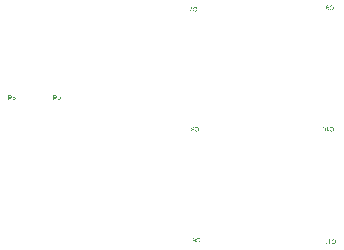
<source format=gbr>
G04*
G04 #@! TF.GenerationSoftware,Altium Limited,Altium Designer,23.10.1 (27)*
G04*
G04 Layer_Color=32768*
%FSLAX42Y42*%
%MOMM*%
G71*
G04*
G04 #@! TF.SameCoordinates,D45A84C9-24EE-431E-81B0-E16C7BED9CBD*
G04*
G04*
G04 #@! TF.FilePolarity,Positive*
G04*
G01*
G75*
G36*
X5285Y-4470D02*
X5285D01*
X5286Y-4470D01*
X5287Y-4470D01*
X5287Y-4470D01*
X5289Y-4470D01*
X5291Y-4471D01*
X5292Y-4471D01*
X5293Y-4472D01*
X5294Y-4472D01*
X5294Y-4472D01*
X5294Y-4472D01*
X5294Y-4473D01*
X5294Y-4473D01*
X5295Y-4473D01*
X5295Y-4473D01*
X5296Y-4474D01*
X5296Y-4474D01*
X5296Y-4475D01*
X5297Y-4475D01*
X5298Y-4476D01*
X5299Y-4478D01*
X5300Y-4480D01*
Y-4480D01*
X5300Y-4480D01*
X5300Y-4480D01*
X5300Y-4480D01*
X5300Y-4481D01*
X5300Y-4481D01*
X5301Y-4482D01*
X5301Y-4483D01*
X5301Y-4483D01*
X5301Y-4484D01*
X5301Y-4486D01*
X5302Y-4488D01*
X5302Y-4490D01*
Y-4490D01*
Y-4490D01*
Y-4490D01*
X5302Y-4491D01*
Y-4491D01*
X5302Y-4492D01*
X5302Y-4493D01*
X5301Y-4493D01*
X5301Y-4495D01*
X5301Y-4497D01*
X5300Y-4499D01*
X5299Y-4500D01*
X5299Y-4500D01*
X5299Y-4500D01*
X5299Y-4501D01*
X5299Y-4501D01*
X5299Y-4501D01*
X5298Y-4502D01*
X5298Y-4503D01*
X5297Y-4504D01*
X5296Y-4505D01*
X5294Y-4506D01*
X5293Y-4507D01*
X5293Y-4507D01*
X5293Y-4507D01*
X5293Y-4507D01*
X5292Y-4507D01*
X5292Y-4508D01*
X5291Y-4508D01*
X5291Y-4508D01*
X5290Y-4508D01*
X5290Y-4508D01*
X5289Y-4509D01*
X5287Y-4509D01*
X5285Y-4509D01*
X5284Y-4509D01*
X5283D01*
X5283Y-4509D01*
X5282Y-4509D01*
X5282Y-4509D01*
X5281Y-4509D01*
X5280Y-4509D01*
X5279Y-4509D01*
X5277Y-4508D01*
X5276Y-4508D01*
X5276Y-4507D01*
X5275Y-4507D01*
X5274Y-4506D01*
X5274Y-4506D01*
X5274Y-4506D01*
X5274Y-4506D01*
X5273Y-4506D01*
X5273Y-4506D01*
X5273Y-4505D01*
X5272Y-4505D01*
X5272Y-4504D01*
X5271Y-4504D01*
X5271Y-4503D01*
X5270Y-4502D01*
X5270Y-4502D01*
X5270Y-4501D01*
X5269Y-4500D01*
X5269Y-4499D01*
X5268Y-4498D01*
X5273Y-4497D01*
Y-4497D01*
X5274Y-4497D01*
X5274Y-4497D01*
X5274Y-4498D01*
X5274Y-4498D01*
X5274Y-4498D01*
X5274Y-4499D01*
X5275Y-4500D01*
X5276Y-4501D01*
X5277Y-4502D01*
X5277Y-4503D01*
X5278Y-4503D01*
X5278Y-4503D01*
X5278Y-4504D01*
X5279Y-4504D01*
X5280Y-4504D01*
X5281Y-4505D01*
X5282Y-4505D01*
X5284Y-4505D01*
X5284D01*
X5284Y-4505D01*
X5285D01*
X5285Y-4505D01*
X5286Y-4505D01*
X5288Y-4505D01*
X5289Y-4504D01*
X5290Y-4504D01*
X5291Y-4503D01*
X5291D01*
X5291Y-4503D01*
X5292Y-4503D01*
X5292Y-4502D01*
X5293Y-4501D01*
X5294Y-4501D01*
X5294Y-4500D01*
X5295Y-4498D01*
X5295Y-4497D01*
Y-4497D01*
X5295Y-4497D01*
X5295Y-4497D01*
X5295Y-4497D01*
X5296Y-4496D01*
X5296Y-4496D01*
X5296Y-4495D01*
X5296Y-4494D01*
X5296Y-4493D01*
X5296Y-4491D01*
X5296Y-4490D01*
Y-4490D01*
Y-4490D01*
Y-4489D01*
Y-4489D01*
X5296Y-4489D01*
Y-4488D01*
X5296Y-4488D01*
X5296Y-4487D01*
X5296Y-4486D01*
X5296Y-4484D01*
X5296Y-4483D01*
X5295Y-4481D01*
Y-4481D01*
X5295Y-4481D01*
X5295Y-4481D01*
X5295Y-4481D01*
X5295Y-4480D01*
X5294Y-4479D01*
X5293Y-4478D01*
X5293Y-4477D01*
X5292Y-4477D01*
X5291Y-4476D01*
X5291D01*
X5291Y-4476D01*
X5290Y-4476D01*
X5290Y-4476D01*
X5290Y-4475D01*
X5290Y-4475D01*
X5289Y-4475D01*
X5288Y-4475D01*
X5287Y-4474D01*
X5285Y-4474D01*
X5284Y-4474D01*
X5284D01*
X5283Y-4474D01*
X5283D01*
X5283Y-4474D01*
X5282Y-4474D01*
X5280Y-4475D01*
X5279Y-4475D01*
X5278Y-4476D01*
X5278Y-4476D01*
X5277Y-4476D01*
X5277Y-4477D01*
X5277Y-4477D01*
X5277Y-4477D01*
X5276Y-4477D01*
X5276Y-4477D01*
X5276Y-4478D01*
X5276Y-4478D01*
X5275Y-4478D01*
X5275Y-4479D01*
X5275Y-4479D01*
X5274Y-4480D01*
X5274Y-4481D01*
X5274Y-4481D01*
X5273Y-4482D01*
X5273Y-4483D01*
X5273Y-4484D01*
X5268Y-4483D01*
Y-4482D01*
X5268Y-4482D01*
X5268Y-4482D01*
X5268Y-4481D01*
X5268Y-4481D01*
X5269Y-4480D01*
X5269Y-4480D01*
X5269Y-4479D01*
X5270Y-4477D01*
X5271Y-4476D01*
X5272Y-4475D01*
X5272Y-4474D01*
X5273Y-4474D01*
X5274Y-4473D01*
X5274Y-4473D01*
X5274Y-4473D01*
X5274Y-4473D01*
X5274Y-4473D01*
X5275Y-4472D01*
X5275Y-4472D01*
X5276Y-4472D01*
X5276Y-4471D01*
X5277Y-4471D01*
X5278Y-4471D01*
X5279Y-4471D01*
X5280Y-4470D01*
X5281Y-4470D01*
X5282Y-4470D01*
X5283Y-4470D01*
X5284Y-4470D01*
X5284D01*
X5285Y-4470D01*
D02*
G37*
G36*
X5250Y-4500D02*
X5251Y-4500D01*
X5251Y-4500D01*
X5251Y-4500D01*
X5252Y-4499D01*
X5252Y-4499D01*
X5253Y-4498D01*
X5254Y-4498D01*
X5255Y-4497D01*
X5255D01*
X5255Y-4497D01*
X5255Y-4497D01*
X5256Y-4497D01*
X5257Y-4496D01*
X5257Y-4496D01*
X5258Y-4495D01*
X5259Y-4495D01*
X5260Y-4495D01*
Y-4499D01*
X5260D01*
X5260Y-4499D01*
X5260Y-4499D01*
X5259Y-4500D01*
X5259Y-4500D01*
X5259Y-4500D01*
X5258Y-4501D01*
X5256Y-4501D01*
X5255Y-4502D01*
X5254Y-4503D01*
X5253Y-4504D01*
X5253Y-4504D01*
X5253Y-4504D01*
X5253Y-4504D01*
X5253Y-4504D01*
X5252Y-4505D01*
X5251Y-4505D01*
X5251Y-4506D01*
X5250Y-4507D01*
X5249Y-4508D01*
X5249Y-4509D01*
X5246D01*
Y-4470D01*
X5250D01*
Y-4500D01*
D02*
G37*
G36*
X5221D02*
X5221Y-4500D01*
X5221Y-4500D01*
X5221Y-4500D01*
X5222Y-4499D01*
X5223Y-4499D01*
X5223Y-4498D01*
X5224Y-4498D01*
X5225Y-4497D01*
X5225D01*
X5225Y-4497D01*
X5226Y-4497D01*
X5226Y-4497D01*
X5227Y-4496D01*
X5228Y-4496D01*
X5228Y-4495D01*
X5229Y-4495D01*
X5230Y-4495D01*
Y-4499D01*
X5230D01*
X5230Y-4499D01*
X5230Y-4499D01*
X5229Y-4500D01*
X5229Y-4500D01*
X5229Y-4500D01*
X5228Y-4501D01*
X5227Y-4501D01*
X5226Y-4502D01*
X5224Y-4503D01*
X5223Y-4504D01*
X5223Y-4504D01*
X5223Y-4504D01*
X5223Y-4504D01*
X5223Y-4504D01*
X5222Y-4505D01*
X5222Y-4505D01*
X5221Y-4506D01*
X5220Y-4507D01*
X5220Y-4508D01*
X5219Y-4509D01*
X5216D01*
Y-4470D01*
X5221D01*
Y-4500D01*
D02*
G37*
G36*
X2546Y-3251D02*
X2546D01*
X2547Y-3251D01*
X2548Y-3251D01*
X2550Y-3251D01*
X2551Y-3252D01*
X2552Y-3252D01*
X2552Y-3252D01*
X2552D01*
X2552Y-3252D01*
X2552Y-3252D01*
X2553Y-3252D01*
X2554Y-3253D01*
X2554Y-3253D01*
X2555Y-3254D01*
X2556Y-3255D01*
X2556Y-3256D01*
Y-3256D01*
X2556Y-3256D01*
X2557Y-3256D01*
X2557Y-3257D01*
X2557Y-3257D01*
X2557Y-3258D01*
X2558Y-3259D01*
X2558Y-3260D01*
X2558Y-3261D01*
Y-3262D01*
Y-3262D01*
Y-3262D01*
X2558Y-3262D01*
Y-3262D01*
X2558Y-3263D01*
X2558Y-3264D01*
X2557Y-3265D01*
X2557Y-3266D01*
X2556Y-3267D01*
X2556Y-3268D01*
X2555Y-3268D01*
X2555Y-3268D01*
X2555Y-3268D01*
X2555Y-3269D01*
X2555Y-3269D01*
X2554Y-3269D01*
X2554Y-3269D01*
X2554Y-3270D01*
X2553Y-3270D01*
X2553Y-3270D01*
X2552Y-3270D01*
X2551Y-3271D01*
X2551Y-3271D01*
X2550Y-3271D01*
X2549Y-3272D01*
X2548Y-3272D01*
X2547Y-3272D01*
X2547Y-3272D01*
X2547Y-3272D01*
X2548Y-3272D01*
X2548Y-3272D01*
X2549Y-3273D01*
X2550Y-3273D01*
X2550Y-3274D01*
X2550Y-3274D01*
X2551Y-3274D01*
X2551Y-3275D01*
X2552Y-3275D01*
X2552Y-3276D01*
X2553Y-3277D01*
X2554Y-3278D01*
X2554Y-3279D01*
X2561Y-3289D01*
X2555D01*
X2550Y-3281D01*
Y-3281D01*
X2550Y-3281D01*
X2549Y-3281D01*
X2549Y-3281D01*
X2549Y-3280D01*
X2548Y-3279D01*
X2548Y-3279D01*
X2547Y-3278D01*
X2547Y-3277D01*
X2546Y-3276D01*
X2546Y-3276D01*
X2546Y-3276D01*
X2545Y-3275D01*
X2545Y-3275D01*
X2544Y-3274D01*
X2544Y-3274D01*
X2543Y-3274D01*
X2543Y-3273D01*
X2543Y-3273D01*
X2543Y-3273D01*
X2543Y-3273D01*
X2542Y-3273D01*
X2542Y-3273D01*
X2541Y-3273D01*
X2541D01*
X2541Y-3272D01*
X2541D01*
X2540Y-3272D01*
X2540Y-3272D01*
X2540D01*
X2539Y-3272D01*
X2532D01*
Y-3289D01*
X2527D01*
Y-3251D01*
X2545D01*
X2546Y-3251D01*
D02*
G37*
G36*
X2577Y-3251D02*
X2578Y-3251D01*
X2578Y-3251D01*
X2579Y-3251D01*
X2579Y-3251D01*
X2581Y-3252D01*
X2582Y-3252D01*
X2583Y-3252D01*
X2583Y-3253D01*
X2584Y-3253D01*
X2584Y-3254D01*
X2585Y-3254D01*
X2585Y-3254D01*
X2585Y-3254D01*
X2585Y-3254D01*
X2585Y-3255D01*
X2585Y-3255D01*
X2586Y-3256D01*
X2587Y-3257D01*
X2587Y-3258D01*
X2587Y-3259D01*
X2588Y-3260D01*
X2588Y-3261D01*
Y-3261D01*
Y-3261D01*
Y-3261D01*
X2588Y-3262D01*
X2587Y-3262D01*
X2587Y-3263D01*
X2587Y-3264D01*
X2587Y-3265D01*
X2586Y-3266D01*
X2586Y-3266D01*
X2586Y-3266D01*
X2586Y-3266D01*
X2585Y-3267D01*
X2584Y-3267D01*
X2584Y-3268D01*
X2583Y-3268D01*
X2582Y-3269D01*
X2582D01*
X2582Y-3269D01*
X2582Y-3269D01*
X2583Y-3269D01*
X2583Y-3269D01*
X2584Y-3269D01*
X2585Y-3270D01*
X2586Y-3271D01*
X2586Y-3271D01*
X2587Y-3272D01*
Y-3272D01*
X2587Y-3272D01*
X2588Y-3273D01*
X2588Y-3273D01*
X2588Y-3274D01*
X2589Y-3275D01*
X2589Y-3276D01*
X2589Y-3277D01*
X2589Y-3278D01*
Y-3278D01*
Y-3279D01*
Y-3279D01*
X2589Y-3279D01*
X2589Y-3280D01*
X2589Y-3280D01*
X2589Y-3281D01*
X2589Y-3281D01*
X2588Y-3283D01*
X2588Y-3283D01*
X2588Y-3284D01*
X2587Y-3285D01*
X2587Y-3285D01*
X2586Y-3286D01*
X2586Y-3287D01*
X2586Y-3287D01*
X2585Y-3287D01*
X2585Y-3287D01*
X2585Y-3287D01*
X2585Y-3287D01*
X2584Y-3288D01*
X2584Y-3288D01*
X2583Y-3288D01*
X2583Y-3289D01*
X2582Y-3289D01*
X2581Y-3289D01*
X2580Y-3289D01*
X2579Y-3290D01*
X2579Y-3290D01*
X2578Y-3290D01*
X2577Y-3290D01*
X2576D01*
X2576Y-3290D01*
X2575Y-3290D01*
X2575Y-3290D01*
X2574Y-3290D01*
X2573Y-3290D01*
X2572Y-3289D01*
X2571Y-3289D01*
X2570Y-3289D01*
X2569Y-3288D01*
X2569Y-3288D01*
X2568Y-3287D01*
X2567Y-3287D01*
X2567Y-3287D01*
X2567Y-3286D01*
X2567Y-3286D01*
X2567Y-3286D01*
X2567Y-3286D01*
X2566Y-3285D01*
X2566Y-3285D01*
X2566Y-3284D01*
X2565Y-3284D01*
X2565Y-3283D01*
X2564Y-3282D01*
X2564Y-3281D01*
X2564Y-3280D01*
X2564Y-3279D01*
X2564Y-3278D01*
Y-3278D01*
Y-3278D01*
Y-3278D01*
X2564Y-3278D01*
Y-3277D01*
X2564Y-3277D01*
X2564Y-3276D01*
X2564Y-3275D01*
X2565Y-3274D01*
X2565Y-3273D01*
X2566Y-3272D01*
Y-3272D01*
X2566Y-3272D01*
X2566Y-3272D01*
X2567Y-3271D01*
X2567Y-3271D01*
X2568Y-3270D01*
X2569Y-3269D01*
X2570Y-3269D01*
X2571Y-3269D01*
X2571D01*
X2571Y-3269D01*
X2571Y-3268D01*
X2571Y-3268D01*
X2570Y-3268D01*
X2570Y-3268D01*
X2569Y-3267D01*
X2568Y-3267D01*
X2567Y-3266D01*
X2567Y-3266D01*
X2567Y-3265D01*
X2567Y-3265D01*
X2566Y-3265D01*
X2566Y-3264D01*
X2566Y-3263D01*
X2566Y-3263D01*
X2566Y-3262D01*
X2565Y-3261D01*
Y-3261D01*
Y-3261D01*
Y-3260D01*
X2566Y-3260D01*
X2566Y-3260D01*
X2566Y-3259D01*
X2566Y-3258D01*
X2566Y-3257D01*
X2567Y-3256D01*
X2567Y-3255D01*
X2567Y-3255D01*
X2568Y-3254D01*
X2568Y-3254D01*
X2568Y-3254D01*
X2569Y-3254D01*
X2569Y-3253D01*
X2569Y-3253D01*
X2569Y-3253D01*
X2570Y-3253D01*
X2570Y-3253D01*
X2571Y-3252D01*
X2571Y-3252D01*
X2572Y-3252D01*
X2572Y-3251D01*
X2573Y-3251D01*
X2575Y-3251D01*
X2576Y-3251D01*
X2576Y-3251D01*
X2577D01*
X2577Y-3251D01*
D02*
G37*
G36*
X2958D02*
X2958D01*
X2958Y-3251D01*
X2959Y-3251D01*
X2960Y-3251D01*
X2961Y-3252D01*
X2963Y-3252D01*
X2964Y-3253D01*
X2964D01*
X2964Y-3253D01*
X2964Y-3253D01*
X2964Y-3253D01*
X2965Y-3254D01*
X2966Y-3254D01*
X2966Y-3255D01*
X2967Y-3256D01*
X2968Y-3257D01*
X2968Y-3259D01*
Y-3259D01*
X2969Y-3259D01*
X2969Y-3259D01*
X2969Y-3259D01*
X2969Y-3260D01*
X2969Y-3260D01*
X2969Y-3261D01*
X2969Y-3261D01*
X2969Y-3262D01*
X2970Y-3263D01*
X2970Y-3264D01*
X2970Y-3265D01*
X2970Y-3266D01*
X2970Y-3267D01*
X2970Y-3268D01*
Y-3269D01*
Y-3269D01*
Y-3270D01*
Y-3270D01*
Y-3271D01*
X2970Y-3271D01*
Y-3272D01*
X2970Y-3273D01*
X2970Y-3274D01*
X2970Y-3275D01*
X2969Y-3277D01*
X2969Y-3279D01*
X2969Y-3280D01*
X2969Y-3281D01*
Y-3281D01*
X2968Y-3281D01*
X2968Y-3281D01*
X2968Y-3282D01*
X2968Y-3282D01*
X2968Y-3283D01*
X2967Y-3284D01*
X2967Y-3285D01*
X2966Y-3286D01*
X2965Y-3287D01*
X2964Y-3288D01*
X2964D01*
X2964Y-3288D01*
X2963Y-3288D01*
X2963Y-3288D01*
X2963Y-3288D01*
X2963Y-3288D01*
X2962Y-3289D01*
X2962Y-3289D01*
X2961Y-3289D01*
X2959Y-3290D01*
X2958Y-3290D01*
X2956Y-3290D01*
X2956D01*
X2956Y-3290D01*
X2955D01*
X2955Y-3290D01*
X2954Y-3290D01*
X2953Y-3289D01*
X2951Y-3289D01*
X2950Y-3288D01*
X2950Y-3288D01*
X2949Y-3287D01*
X2949Y-3287D01*
X2949Y-3287D01*
X2949Y-3287D01*
X2949Y-3287D01*
X2948Y-3287D01*
X2948Y-3286D01*
X2948Y-3286D01*
X2947Y-3285D01*
X2946Y-3283D01*
X2946Y-3282D01*
X2946Y-3280D01*
X2950Y-3280D01*
Y-3280D01*
X2950Y-3280D01*
Y-3280D01*
X2950Y-3281D01*
X2950Y-3281D01*
X2951Y-3282D01*
X2951Y-3283D01*
X2951Y-3283D01*
X2952Y-3284D01*
X2952Y-3285D01*
X2952Y-3285D01*
X2953Y-3285D01*
X2953Y-3285D01*
X2953Y-3285D01*
X2954Y-3286D01*
X2955Y-3286D01*
X2956Y-3286D01*
X2957Y-3286D01*
X2957D01*
X2957Y-3286D01*
X2958Y-3286D01*
X2958Y-3286D01*
X2959Y-3286D01*
X2960Y-3285D01*
X2960Y-3285D01*
X2960Y-3285D01*
X2961Y-3285D01*
X2961Y-3285D01*
X2961Y-3284D01*
X2962Y-3284D01*
X2962Y-3284D01*
X2963Y-3283D01*
X2963Y-3282D01*
X2963Y-3282D01*
X2963Y-3282D01*
X2963Y-3282D01*
X2964Y-3281D01*
X2964Y-3281D01*
X2964Y-3280D01*
X2964Y-3279D01*
X2965Y-3278D01*
Y-3278D01*
X2965Y-3278D01*
Y-3278D01*
X2965Y-3277D01*
X2965Y-3277D01*
X2965Y-3276D01*
X2965Y-3275D01*
X2965Y-3274D01*
X2965Y-3273D01*
X2965Y-3272D01*
Y-3272D01*
Y-3272D01*
Y-3272D01*
Y-3271D01*
X2965Y-3271D01*
X2965Y-3272D01*
X2965Y-3272D01*
X2964Y-3273D01*
X2964Y-3273D01*
X2963Y-3274D01*
X2962Y-3274D01*
X2962Y-3275D01*
X2961Y-3275D01*
X2961Y-3275D01*
X2961Y-3275D01*
X2960Y-3276D01*
X2959Y-3276D01*
X2958Y-3276D01*
X2957Y-3276D01*
X2956Y-3276D01*
X2956D01*
X2955Y-3276D01*
X2955Y-3276D01*
X2955Y-3276D01*
X2954Y-3276D01*
X2953Y-3276D01*
X2952Y-3275D01*
X2952Y-3275D01*
X2951Y-3275D01*
X2950Y-3274D01*
X2949Y-3274D01*
X2949Y-3273D01*
X2948Y-3273D01*
X2948Y-3273D01*
X2948Y-3273D01*
X2948Y-3273D01*
X2948Y-3272D01*
X2947Y-3272D01*
X2947Y-3271D01*
X2947Y-3271D01*
X2947Y-3270D01*
X2946Y-3270D01*
X2946Y-3269D01*
X2946Y-3268D01*
X2945Y-3268D01*
X2945Y-3267D01*
X2945Y-3266D01*
X2945Y-3265D01*
X2945Y-3264D01*
Y-3264D01*
Y-3263D01*
Y-3263D01*
X2945Y-3263D01*
X2945Y-3262D01*
X2945Y-3262D01*
X2945Y-3261D01*
X2945Y-3260D01*
X2946Y-3259D01*
X2946Y-3258D01*
X2946Y-3257D01*
X2947Y-3257D01*
X2947Y-3256D01*
X2948Y-3255D01*
X2948Y-3254D01*
X2948Y-3254D01*
X2949Y-3254D01*
X2949Y-3254D01*
X2949Y-3254D01*
X2949Y-3254D01*
X2950Y-3253D01*
X2950Y-3253D01*
X2951Y-3253D01*
X2951Y-3252D01*
X2952Y-3252D01*
X2953Y-3251D01*
X2954Y-3251D01*
X2955Y-3251D01*
X2956Y-3251D01*
X2957Y-3251D01*
X2957D01*
X2958Y-3251D01*
D02*
G37*
G36*
X2927Y-3251D02*
X2927D01*
X2928Y-3251D01*
X2929Y-3251D01*
X2931Y-3251D01*
X2932Y-3252D01*
X2933Y-3252D01*
X2933Y-3252D01*
X2933D01*
X2933Y-3252D01*
X2933Y-3252D01*
X2934Y-3252D01*
X2935Y-3253D01*
X2935Y-3253D01*
X2936Y-3254D01*
X2937Y-3255D01*
X2937Y-3256D01*
Y-3256D01*
X2937Y-3256D01*
X2938Y-3256D01*
X2938Y-3257D01*
X2938Y-3257D01*
X2938Y-3258D01*
X2939Y-3259D01*
X2939Y-3260D01*
X2939Y-3261D01*
Y-3262D01*
Y-3262D01*
Y-3262D01*
X2939Y-3262D01*
Y-3262D01*
X2939Y-3263D01*
X2939Y-3264D01*
X2938Y-3265D01*
X2938Y-3266D01*
X2937Y-3267D01*
X2937Y-3268D01*
X2936Y-3268D01*
X2936Y-3268D01*
X2936Y-3268D01*
X2936Y-3269D01*
X2936Y-3269D01*
X2935Y-3269D01*
X2935Y-3269D01*
X2935Y-3270D01*
X2934Y-3270D01*
X2934Y-3270D01*
X2933Y-3270D01*
X2932Y-3271D01*
X2932Y-3271D01*
X2931Y-3271D01*
X2930Y-3272D01*
X2929Y-3272D01*
X2928Y-3272D01*
X2928Y-3272D01*
X2928Y-3272D01*
X2929Y-3272D01*
X2929Y-3272D01*
X2930Y-3273D01*
X2931Y-3273D01*
X2931Y-3274D01*
X2931Y-3274D01*
X2932Y-3274D01*
X2932Y-3275D01*
X2933Y-3275D01*
X2933Y-3276D01*
X2934Y-3277D01*
X2935Y-3278D01*
X2935Y-3279D01*
X2942Y-3289D01*
X2936D01*
X2931Y-3281D01*
Y-3281D01*
X2931Y-3281D01*
X2930Y-3281D01*
X2930Y-3281D01*
X2930Y-3280D01*
X2929Y-3279D01*
X2929Y-3279D01*
X2928Y-3278D01*
X2928Y-3277D01*
X2927Y-3276D01*
X2927Y-3276D01*
X2927Y-3276D01*
X2926Y-3275D01*
X2926Y-3275D01*
X2925Y-3274D01*
X2925Y-3274D01*
X2924Y-3274D01*
X2924Y-3273D01*
X2924Y-3273D01*
X2924Y-3273D01*
X2924Y-3273D01*
X2923Y-3273D01*
X2923Y-3273D01*
X2922Y-3273D01*
X2922D01*
X2922Y-3272D01*
X2922D01*
X2921Y-3272D01*
X2921Y-3272D01*
X2921D01*
X2920Y-3272D01*
X2913D01*
Y-3289D01*
X2908D01*
Y-3251D01*
X2926D01*
X2927Y-3251D01*
D02*
G37*
G36*
X4102Y-4457D02*
X4103D01*
X4103Y-4457D01*
X4104Y-4457D01*
X4104Y-4457D01*
X4105Y-4458D01*
X4106Y-4458D01*
X4107Y-4458D01*
X4107Y-4458D01*
X4108Y-4459D01*
X4109Y-4459D01*
X4110Y-4460D01*
X4110Y-4461D01*
X4111Y-4461D01*
X4111Y-4461D01*
X4111Y-4462D01*
X4112Y-4462D01*
X4112Y-4462D01*
X4112Y-4463D01*
X4112Y-4463D01*
X4113Y-4464D01*
X4113Y-4465D01*
X4113Y-4466D01*
X4114Y-4467D01*
X4114Y-4468D01*
X4114Y-4469D01*
X4115Y-4471D01*
X4115Y-4472D01*
X4115Y-4474D01*
X4115Y-4476D01*
Y-4476D01*
Y-4476D01*
Y-4476D01*
Y-4476D01*
X4115Y-4477D01*
Y-4477D01*
X4115Y-4478D01*
X4115Y-4479D01*
X4115Y-4481D01*
X4114Y-4482D01*
X4114Y-4483D01*
X4114Y-4484D01*
X4114Y-4486D01*
X4113Y-4487D01*
X4113Y-4488D01*
X4112Y-4490D01*
X4112Y-4491D01*
X4111Y-4492D01*
X4111Y-4492D01*
X4111Y-4492D01*
X4110Y-4492D01*
X4110Y-4492D01*
X4110Y-4493D01*
X4109Y-4493D01*
X4109Y-4494D01*
X4108Y-4494D01*
X4108Y-4494D01*
X4107Y-4495D01*
X4106Y-4495D01*
X4105Y-4496D01*
X4104Y-4496D01*
X4103Y-4496D01*
X4102Y-4496D01*
X4101Y-4496D01*
X4101D01*
X4100Y-4496D01*
X4100D01*
X4100Y-4496D01*
X4098Y-4496D01*
X4097Y-4496D01*
X4096Y-4495D01*
X4095Y-4494D01*
X4094Y-4494D01*
X4094Y-4494D01*
X4094Y-4494D01*
X4094Y-4494D01*
X4093Y-4493D01*
X4093Y-4493D01*
X4093Y-4493D01*
X4093Y-4493D01*
X4092Y-4492D01*
X4092Y-4491D01*
X4091Y-4490D01*
X4090Y-4488D01*
X4090Y-4487D01*
X4095Y-4486D01*
Y-4486D01*
X4095Y-4486D01*
X4095Y-4487D01*
X4095Y-4487D01*
X4095Y-4488D01*
X4096Y-4488D01*
X4096Y-4489D01*
X4096Y-4490D01*
X4097Y-4490D01*
X4097Y-4490D01*
X4097Y-4491D01*
X4097Y-4491D01*
X4098Y-4491D01*
X4099Y-4492D01*
X4099Y-4492D01*
X4100Y-4492D01*
X4101Y-4492D01*
X4102D01*
X4102Y-4492D01*
X4103Y-4492D01*
X4103Y-4492D01*
X4104Y-4492D01*
X4105Y-4491D01*
X4105Y-4491D01*
X4106Y-4491D01*
X4106Y-4491D01*
X4106Y-4490D01*
X4107Y-4490D01*
X4107Y-4489D01*
X4108Y-4488D01*
X4108Y-4487D01*
X4109Y-4486D01*
Y-4486D01*
X4109Y-4486D01*
X4109Y-4486D01*
X4109Y-4486D01*
X4109Y-4485D01*
X4109Y-4485D01*
X4109Y-4485D01*
X4110Y-4484D01*
X4110Y-4483D01*
X4110Y-4483D01*
X4110Y-4482D01*
X4110Y-4481D01*
X4110Y-4480D01*
X4110Y-4479D01*
X4110Y-4478D01*
Y-4477D01*
X4110Y-4478D01*
X4110Y-4478D01*
X4110Y-4478D01*
X4109Y-4479D01*
X4108Y-4480D01*
X4108Y-4480D01*
X4107Y-4481D01*
X4106Y-4481D01*
X4106D01*
X4106Y-4481D01*
X4106Y-4482D01*
X4105Y-4482D01*
X4105Y-4482D01*
X4104Y-4482D01*
X4103Y-4482D01*
X4102Y-4483D01*
X4101Y-4483D01*
X4100D01*
X4100Y-4483D01*
X4100Y-4482D01*
X4099Y-4482D01*
X4099Y-4482D01*
X4098Y-4482D01*
X4097Y-4482D01*
X4096Y-4481D01*
X4096Y-4481D01*
X4095Y-4481D01*
X4094Y-4480D01*
X4093Y-4480D01*
X4093Y-4479D01*
X4093Y-4479D01*
X4093Y-4479D01*
X4093Y-4479D01*
X4092Y-4478D01*
X4092Y-4478D01*
X4092Y-4478D01*
X4092Y-4477D01*
X4091Y-4477D01*
X4091Y-4476D01*
X4091Y-4475D01*
X4090Y-4475D01*
X4090Y-4474D01*
X4090Y-4473D01*
X4090Y-4472D01*
X4090Y-4471D01*
X4090Y-4470D01*
Y-4470D01*
Y-4470D01*
Y-4470D01*
Y-4469D01*
X4090Y-4469D01*
Y-4469D01*
X4090Y-4468D01*
X4090Y-4467D01*
X4090Y-4466D01*
X4091Y-4465D01*
X4091Y-4463D01*
Y-4463D01*
X4091Y-4463D01*
X4091Y-4463D01*
X4091Y-4463D01*
X4092Y-4462D01*
X4092Y-4462D01*
X4093Y-4461D01*
X4094Y-4460D01*
X4094Y-4459D01*
X4095Y-4459D01*
X4095D01*
X4096Y-4459D01*
X4096Y-4458D01*
X4096Y-4458D01*
X4096Y-4458D01*
X4097Y-4458D01*
X4098Y-4458D01*
X4099Y-4457D01*
X4100Y-4457D01*
X4102Y-4457D01*
X4102D01*
X4102Y-4457D01*
D02*
G37*
G36*
X4136D02*
X4136D01*
X4137Y-4457D01*
X4138Y-4457D01*
X4139Y-4457D01*
X4140Y-4458D01*
X4142Y-4458D01*
X4143Y-4459D01*
X4144Y-4459D01*
X4145Y-4460D01*
X4145Y-4460D01*
X4145Y-4460D01*
X4145Y-4460D01*
X4146Y-4460D01*
X4146Y-4460D01*
X4146Y-4461D01*
X4147Y-4461D01*
X4147Y-4461D01*
X4148Y-4462D01*
X4148Y-4462D01*
X4149Y-4464D01*
X4150Y-4465D01*
X4151Y-4467D01*
Y-4467D01*
X4151Y-4467D01*
X4151Y-4467D01*
X4151Y-4468D01*
X4151Y-4468D01*
X4152Y-4469D01*
X4152Y-4469D01*
X4152Y-4470D01*
X4152Y-4471D01*
X4152Y-4471D01*
X4153Y-4473D01*
X4153Y-4475D01*
X4153Y-4477D01*
Y-4477D01*
Y-4477D01*
Y-4478D01*
X4153Y-4478D01*
Y-4479D01*
X4153Y-4479D01*
X4153Y-4480D01*
X4153Y-4481D01*
X4152Y-4482D01*
X4152Y-4484D01*
X4151Y-4486D01*
X4151Y-4488D01*
X4151Y-4488D01*
X4151Y-4488D01*
X4150Y-4488D01*
X4150Y-4488D01*
X4150Y-4489D01*
X4150Y-4489D01*
X4149Y-4490D01*
X4148Y-4491D01*
X4147Y-4492D01*
X4146Y-4493D01*
X4144Y-4494D01*
X4144Y-4494D01*
X4144Y-4494D01*
X4144Y-4495D01*
X4143Y-4495D01*
X4143Y-4495D01*
X4143Y-4495D01*
X4142Y-4495D01*
X4141Y-4496D01*
X4141Y-4496D01*
X4140Y-4496D01*
X4138Y-4496D01*
X4137Y-4497D01*
X4135Y-4497D01*
X4134D01*
X4134Y-4497D01*
X4133Y-4497D01*
X4133Y-4497D01*
X4132Y-4496D01*
X4131Y-4496D01*
X4130Y-4496D01*
X4128Y-4495D01*
X4127Y-4495D01*
X4127Y-4495D01*
X4126Y-4494D01*
X4125Y-4494D01*
X4125Y-4494D01*
X4125Y-4494D01*
X4125Y-4493D01*
X4124Y-4493D01*
X4124Y-4493D01*
X4124Y-4493D01*
X4123Y-4492D01*
X4123Y-4492D01*
X4123Y-4491D01*
X4122Y-4490D01*
X4122Y-4490D01*
X4121Y-4489D01*
X4121Y-4488D01*
X4120Y-4487D01*
X4120Y-4486D01*
X4120Y-4485D01*
X4125Y-4484D01*
Y-4484D01*
X4125Y-4485D01*
X4125Y-4485D01*
X4125Y-4485D01*
X4125Y-4485D01*
X4125Y-4486D01*
X4126Y-4487D01*
X4126Y-4488D01*
X4127Y-4489D01*
X4128Y-4490D01*
X4129Y-4490D01*
X4129Y-4491D01*
X4129Y-4491D01*
X4130Y-4491D01*
X4130Y-4491D01*
X4131Y-4492D01*
X4132Y-4492D01*
X4134Y-4492D01*
X4135Y-4492D01*
X4135D01*
X4136Y-4492D01*
X4136D01*
X4137Y-4492D01*
X4138Y-4492D01*
X4139Y-4492D01*
X4140Y-4491D01*
X4141Y-4491D01*
X4142Y-4490D01*
X4142D01*
X4142Y-4490D01*
X4143Y-4490D01*
X4143Y-4489D01*
X4144Y-4489D01*
X4145Y-4488D01*
X4145Y-4487D01*
X4146Y-4486D01*
X4147Y-4485D01*
Y-4484D01*
X4147Y-4484D01*
X4147Y-4484D01*
X4147Y-4484D01*
X4147Y-4484D01*
X4147Y-4483D01*
X4147Y-4482D01*
X4147Y-4481D01*
X4148Y-4480D01*
X4148Y-4479D01*
X4148Y-4477D01*
Y-4477D01*
Y-4477D01*
Y-4477D01*
Y-4476D01*
X4148Y-4476D01*
Y-4475D01*
X4148Y-4475D01*
X4148Y-4474D01*
X4147Y-4473D01*
X4147Y-4471D01*
X4147Y-4470D01*
X4146Y-4469D01*
Y-4469D01*
X4146Y-4468D01*
X4146Y-4468D01*
X4146Y-4468D01*
X4146Y-4467D01*
X4145Y-4467D01*
X4145Y-4466D01*
X4144Y-4465D01*
X4143Y-4464D01*
X4142Y-4463D01*
X4142D01*
X4142Y-4463D01*
X4142Y-4463D01*
X4141Y-4463D01*
X4141Y-4463D01*
X4141Y-4463D01*
X4140Y-4462D01*
X4139Y-4462D01*
X4138Y-4462D01*
X4137Y-4461D01*
X4135Y-4461D01*
X4135D01*
X4135Y-4461D01*
X4134D01*
X4134Y-4461D01*
X4133Y-4462D01*
X4132Y-4462D01*
X4131Y-4462D01*
X4129Y-4463D01*
X4129Y-4463D01*
X4128Y-4464D01*
X4128Y-4464D01*
X4128Y-4464D01*
X4128Y-4464D01*
X4128Y-4464D01*
X4127Y-4465D01*
X4127Y-4465D01*
X4127Y-4465D01*
X4127Y-4466D01*
X4126Y-4466D01*
X4126Y-4467D01*
X4125Y-4467D01*
X4125Y-4468D01*
X4125Y-4469D01*
X4125Y-4469D01*
X4124Y-4470D01*
X4124Y-4471D01*
X4119Y-4470D01*
Y-4470D01*
X4119Y-4470D01*
X4119Y-4469D01*
X4119Y-4469D01*
X4120Y-4468D01*
X4120Y-4468D01*
X4120Y-4467D01*
X4120Y-4466D01*
X4121Y-4465D01*
X4122Y-4463D01*
X4123Y-4462D01*
X4123Y-4462D01*
X4124Y-4461D01*
X4125Y-4460D01*
X4125Y-4460D01*
X4125Y-4460D01*
X4125Y-4460D01*
X4125Y-4460D01*
X4126Y-4460D01*
X4126Y-4459D01*
X4127Y-4459D01*
X4128Y-4459D01*
X4128Y-4458D01*
X4129Y-4458D01*
X4130Y-4458D01*
X4131Y-4458D01*
X4132Y-4457D01*
X4133Y-4457D01*
X4134Y-4457D01*
X4135Y-4457D01*
X4136D01*
X4136Y-4457D01*
D02*
G37*
G36*
X4111Y-2501D02*
X4111D01*
X4112Y-2501D01*
X4112Y-2501D01*
X4113Y-2502D01*
X4115Y-2502D01*
X4116Y-2502D01*
X4118Y-2503D01*
X4119Y-2503D01*
X4120Y-2504D01*
X4120Y-2504D01*
X4120Y-2504D01*
X4120Y-2504D01*
X4120Y-2504D01*
X4121Y-2504D01*
X4121Y-2505D01*
X4121Y-2505D01*
X4122Y-2506D01*
X4122Y-2506D01*
X4123Y-2507D01*
X4124Y-2508D01*
X4125Y-2509D01*
X4126Y-2511D01*
Y-2511D01*
X4126Y-2511D01*
X4126Y-2512D01*
X4126Y-2512D01*
X4126Y-2512D01*
X4126Y-2513D01*
X4126Y-2513D01*
X4127Y-2514D01*
X4127Y-2515D01*
X4127Y-2516D01*
X4127Y-2517D01*
X4127Y-2519D01*
X4128Y-2521D01*
Y-2521D01*
Y-2522D01*
Y-2522D01*
X4127Y-2522D01*
Y-2523D01*
X4127Y-2523D01*
X4127Y-2524D01*
X4127Y-2525D01*
X4127Y-2526D01*
X4127Y-2528D01*
X4126Y-2530D01*
X4125Y-2532D01*
X4125Y-2532D01*
X4125Y-2532D01*
X4125Y-2532D01*
X4125Y-2532D01*
X4125Y-2533D01*
X4124Y-2533D01*
X4124Y-2534D01*
X4123Y-2535D01*
X4122Y-2537D01*
X4120Y-2538D01*
X4119Y-2539D01*
X4119Y-2539D01*
X4119Y-2539D01*
X4118Y-2539D01*
X4118Y-2539D01*
X4118Y-2539D01*
X4117Y-2539D01*
X4117Y-2539D01*
X4116Y-2540D01*
X4115Y-2540D01*
X4115Y-2540D01*
X4113Y-2540D01*
X4111Y-2541D01*
X4109Y-2541D01*
X4109D01*
X4109Y-2541D01*
X4108Y-2541D01*
X4107Y-2541D01*
X4107Y-2541D01*
X4106Y-2540D01*
X4105Y-2540D01*
X4103Y-2540D01*
X4102Y-2539D01*
X4101Y-2539D01*
X4101Y-2538D01*
X4100Y-2538D01*
X4100Y-2538D01*
X4100Y-2538D01*
X4099Y-2538D01*
X4099Y-2537D01*
X4099Y-2537D01*
X4098Y-2537D01*
X4098Y-2536D01*
X4098Y-2536D01*
X4097Y-2535D01*
X4097Y-2535D01*
X4096Y-2534D01*
X4096Y-2533D01*
X4095Y-2532D01*
X4095Y-2532D01*
X4095Y-2531D01*
X4094Y-2530D01*
X4099Y-2529D01*
Y-2529D01*
X4099Y-2529D01*
X4099Y-2529D01*
X4100Y-2529D01*
X4100Y-2530D01*
X4100Y-2530D01*
X4100Y-2531D01*
X4101Y-2532D01*
X4101Y-2533D01*
X4102Y-2534D01*
X4103Y-2535D01*
X4103Y-2535D01*
X4104Y-2535D01*
X4104Y-2535D01*
X4105Y-2536D01*
X4106Y-2536D01*
X4107Y-2536D01*
X4108Y-2537D01*
X4110Y-2537D01*
X4110D01*
X4110Y-2537D01*
X4111D01*
X4111Y-2536D01*
X4112Y-2536D01*
X4113Y-2536D01*
X4115Y-2536D01*
X4116Y-2535D01*
X4117Y-2534D01*
X4117D01*
X4117Y-2534D01*
X4117Y-2534D01*
X4118Y-2534D01*
X4119Y-2533D01*
X4119Y-2532D01*
X4120Y-2531D01*
X4121Y-2530D01*
X4121Y-2529D01*
Y-2529D01*
X4121Y-2529D01*
X4121Y-2528D01*
X4121Y-2528D01*
X4121Y-2528D01*
X4122Y-2527D01*
X4122Y-2526D01*
X4122Y-2525D01*
X4122Y-2524D01*
X4122Y-2523D01*
X4122Y-2521D01*
Y-2521D01*
Y-2521D01*
Y-2521D01*
Y-2521D01*
X4122Y-2520D01*
Y-2520D01*
X4122Y-2519D01*
X4122Y-2518D01*
X4122Y-2517D01*
X4122Y-2516D01*
X4121Y-2514D01*
X4121Y-2513D01*
Y-2513D01*
X4121Y-2513D01*
X4121Y-2512D01*
X4121Y-2512D01*
X4120Y-2512D01*
X4120Y-2511D01*
X4119Y-2510D01*
X4118Y-2509D01*
X4118Y-2508D01*
X4116Y-2507D01*
X4116D01*
X4116Y-2507D01*
X4116Y-2507D01*
X4116Y-2507D01*
X4116Y-2507D01*
X4115Y-2507D01*
X4115Y-2506D01*
X4114Y-2506D01*
X4112Y-2506D01*
X4111Y-2506D01*
X4110Y-2506D01*
X4110D01*
X4109Y-2506D01*
X4109D01*
X4108Y-2506D01*
X4107Y-2506D01*
X4106Y-2506D01*
X4105Y-2507D01*
X4104Y-2507D01*
X4103Y-2508D01*
X4103Y-2508D01*
X4103Y-2508D01*
X4103Y-2508D01*
X4102Y-2508D01*
X4102Y-2508D01*
X4102Y-2509D01*
X4102Y-2509D01*
X4101Y-2509D01*
X4101Y-2510D01*
X4101Y-2510D01*
X4100Y-2511D01*
X4100Y-2511D01*
X4100Y-2512D01*
X4099Y-2513D01*
X4099Y-2514D01*
X4099Y-2514D01*
X4099Y-2515D01*
X4094Y-2514D01*
Y-2514D01*
X4094Y-2514D01*
X4094Y-2513D01*
X4094Y-2513D01*
X4094Y-2512D01*
X4094Y-2512D01*
X4095Y-2511D01*
X4095Y-2510D01*
X4096Y-2509D01*
X4097Y-2507D01*
X4097Y-2507D01*
X4098Y-2506D01*
X4099Y-2505D01*
X4099Y-2505D01*
X4099Y-2504D01*
X4100Y-2504D01*
X4100Y-2504D01*
X4100Y-2504D01*
X4101Y-2504D01*
X4101Y-2503D01*
X4102Y-2503D01*
X4102Y-2503D01*
X4103Y-2503D01*
X4104Y-2502D01*
X4105Y-2502D01*
X4105Y-2502D01*
X4106Y-2502D01*
X4107Y-2501D01*
X4108Y-2501D01*
X4110Y-2501D01*
X4110D01*
X4111Y-2501D01*
D02*
G37*
G36*
X4084Y-2502D02*
Y-2502D01*
Y-2502D01*
X4084Y-2503D01*
Y-2503D01*
X4083Y-2504D01*
X4083Y-2504D01*
X4083Y-2505D01*
X4083Y-2506D01*
X4083Y-2506D01*
X4083Y-2507D01*
X4083Y-2508D01*
X4083Y-2509D01*
X4082Y-2510D01*
X4082Y-2513D01*
Y-2513D01*
X4082Y-2513D01*
X4082Y-2513D01*
X4082Y-2514D01*
X4081Y-2514D01*
X4081Y-2515D01*
X4081Y-2516D01*
X4081Y-2517D01*
X4080Y-2518D01*
X4080Y-2519D01*
X4079Y-2521D01*
X4078Y-2523D01*
X4077Y-2525D01*
X4077Y-2525D01*
X4077Y-2525D01*
X4077Y-2526D01*
X4076Y-2526D01*
X4076Y-2527D01*
X4076Y-2527D01*
X4075Y-2528D01*
X4075Y-2529D01*
X4074Y-2530D01*
X4073Y-2532D01*
X4072Y-2534D01*
X4070Y-2535D01*
X4089D01*
Y-2540D01*
X4064D01*
Y-2536D01*
X4064Y-2536D01*
X4064Y-2536D01*
X4065Y-2536D01*
X4065Y-2535D01*
X4065Y-2535D01*
X4066Y-2534D01*
X4066Y-2534D01*
X4066Y-2533D01*
X4067Y-2533D01*
X4068Y-2532D01*
X4068Y-2531D01*
X4069Y-2530D01*
X4069Y-2529D01*
X4070Y-2528D01*
X4071Y-2527D01*
X4071Y-2526D01*
X4072Y-2526D01*
X4072Y-2525D01*
X4072Y-2525D01*
X4072Y-2525D01*
X4072Y-2524D01*
X4073Y-2523D01*
X4073Y-2522D01*
X4073Y-2522D01*
X4074Y-2521D01*
X4074Y-2520D01*
X4075Y-2519D01*
X4075Y-2517D01*
X4076Y-2515D01*
X4077Y-2512D01*
Y-2512D01*
X4077Y-2512D01*
X4077Y-2512D01*
X4077Y-2512D01*
X4077Y-2511D01*
X4077Y-2511D01*
X4078Y-2510D01*
X4078Y-2509D01*
X4078Y-2509D01*
X4078Y-2508D01*
X4078Y-2506D01*
X4079Y-2504D01*
X4079Y-2502D01*
X4084D01*
Y-2502D01*
D02*
G37*
G36*
X4123Y-3517D02*
X4124D01*
X4124Y-3517D01*
X4125Y-3517D01*
X4126Y-3518D01*
X4127Y-3518D01*
X4129Y-3518D01*
X4131Y-3519D01*
X4132Y-3519D01*
X4132Y-3520D01*
X4132Y-3520D01*
X4132Y-3520D01*
X4133Y-3520D01*
X4133Y-3520D01*
X4133Y-3520D01*
X4134Y-3521D01*
X4134Y-3521D01*
X4134Y-3522D01*
X4135Y-3522D01*
X4135Y-3523D01*
X4136Y-3524D01*
X4137Y-3525D01*
X4138Y-3527D01*
Y-3527D01*
X4138Y-3527D01*
X4138Y-3528D01*
X4139Y-3528D01*
X4139Y-3528D01*
X4139Y-3529D01*
X4139Y-3529D01*
X4139Y-3530D01*
X4139Y-3531D01*
X4140Y-3532D01*
X4140Y-3533D01*
X4140Y-3535D01*
X4140Y-3537D01*
Y-3537D01*
Y-3538D01*
Y-3538D01*
X4140Y-3538D01*
Y-3539D01*
X4140Y-3539D01*
X4140Y-3540D01*
X4140Y-3541D01*
X4140Y-3542D01*
X4139Y-3544D01*
X4139Y-3546D01*
X4138Y-3548D01*
X4138Y-3548D01*
X4138Y-3548D01*
X4138Y-3548D01*
X4137Y-3548D01*
X4137Y-3549D01*
X4137Y-3549D01*
X4136Y-3550D01*
X4135Y-3551D01*
X4134Y-3553D01*
X4133Y-3554D01*
X4131Y-3555D01*
X4131Y-3555D01*
X4131Y-3555D01*
X4131Y-3555D01*
X4131Y-3555D01*
X4130Y-3555D01*
X4130Y-3555D01*
X4129Y-3555D01*
X4129Y-3556D01*
X4128Y-3556D01*
X4127Y-3556D01*
X4126Y-3556D01*
X4124Y-3557D01*
X4122Y-3557D01*
X4122D01*
X4121Y-3557D01*
X4121Y-3557D01*
X4120Y-3557D01*
X4119Y-3557D01*
X4119Y-3556D01*
X4117Y-3556D01*
X4116Y-3556D01*
X4115Y-3555D01*
X4114Y-3555D01*
X4113Y-3554D01*
X4112Y-3554D01*
X4112Y-3554D01*
X4112Y-3554D01*
X4112Y-3554D01*
X4112Y-3553D01*
X4112Y-3553D01*
X4111Y-3553D01*
X4111Y-3552D01*
X4110Y-3552D01*
X4110Y-3551D01*
X4109Y-3551D01*
X4109Y-3550D01*
X4108Y-3549D01*
X4108Y-3548D01*
X4108Y-3548D01*
X4107Y-3547D01*
X4107Y-3546D01*
X4112Y-3545D01*
Y-3545D01*
X4112Y-3545D01*
X4112Y-3545D01*
X4112Y-3545D01*
X4112Y-3546D01*
X4113Y-3546D01*
X4113Y-3547D01*
X4114Y-3548D01*
X4114Y-3549D01*
X4115Y-3550D01*
X4116Y-3551D01*
X4116Y-3551D01*
X4116Y-3551D01*
X4117Y-3551D01*
X4118Y-3552D01*
X4119Y-3552D01*
X4120Y-3552D01*
X4121Y-3553D01*
X4122Y-3553D01*
X4123D01*
X4123Y-3553D01*
X4123D01*
X4124Y-3552D01*
X4125Y-3552D01*
X4126Y-3552D01*
X4127Y-3552D01*
X4129Y-3551D01*
X4130Y-3550D01*
X4130D01*
X4130Y-3550D01*
X4130Y-3550D01*
X4131Y-3550D01*
X4131Y-3549D01*
X4132Y-3548D01*
X4133Y-3547D01*
X4133Y-3546D01*
X4134Y-3545D01*
Y-3545D01*
X4134Y-3545D01*
X4134Y-3544D01*
X4134Y-3544D01*
X4134Y-3544D01*
X4134Y-3543D01*
X4134Y-3542D01*
X4135Y-3541D01*
X4135Y-3540D01*
X4135Y-3539D01*
X4135Y-3537D01*
Y-3537D01*
Y-3537D01*
Y-3537D01*
Y-3537D01*
X4135Y-3536D01*
Y-3536D01*
X4135Y-3535D01*
X4135Y-3534D01*
X4135Y-3533D01*
X4134Y-3532D01*
X4134Y-3530D01*
X4134Y-3529D01*
Y-3529D01*
X4134Y-3529D01*
X4133Y-3528D01*
X4133Y-3528D01*
X4133Y-3528D01*
X4133Y-3527D01*
X4132Y-3526D01*
X4131Y-3525D01*
X4130Y-3524D01*
X4129Y-3523D01*
X4129D01*
X4129Y-3523D01*
X4129Y-3523D01*
X4129Y-3523D01*
X4128Y-3523D01*
X4128Y-3523D01*
X4127Y-3522D01*
X4126Y-3522D01*
X4125Y-3522D01*
X4124Y-3522D01*
X4123Y-3522D01*
X4122D01*
X4122Y-3522D01*
X4122D01*
X4121Y-3522D01*
X4120Y-3522D01*
X4119Y-3522D01*
X4118Y-3523D01*
X4117Y-3523D01*
X4116Y-3524D01*
X4115Y-3524D01*
X4115Y-3524D01*
X4115Y-3524D01*
X4115Y-3524D01*
X4115Y-3524D01*
X4115Y-3525D01*
X4114Y-3525D01*
X4114Y-3525D01*
X4114Y-3526D01*
X4114Y-3526D01*
X4113Y-3527D01*
X4113Y-3527D01*
X4112Y-3528D01*
X4112Y-3529D01*
X4112Y-3530D01*
X4112Y-3530D01*
X4111Y-3531D01*
X4106Y-3530D01*
Y-3530D01*
X4106Y-3530D01*
X4106Y-3529D01*
X4107Y-3529D01*
X4107Y-3528D01*
X4107Y-3528D01*
X4107Y-3527D01*
X4108Y-3526D01*
X4108Y-3525D01*
X4109Y-3523D01*
X4110Y-3523D01*
X4111Y-3522D01*
X4111Y-3521D01*
X4112Y-3521D01*
X4112Y-3520D01*
X4112Y-3520D01*
X4113Y-3520D01*
X4113Y-3520D01*
X4113Y-3520D01*
X4114Y-3519D01*
X4114Y-3519D01*
X4115Y-3519D01*
X4116Y-3519D01*
X4116Y-3518D01*
X4117Y-3518D01*
X4118Y-3518D01*
X4119Y-3518D01*
X4120Y-3517D01*
X4121Y-3517D01*
X4122Y-3517D01*
X4123D01*
X4123Y-3517D01*
D02*
G37*
G36*
X4090D02*
X4091Y-3517D01*
X4091Y-3517D01*
X4092Y-3518D01*
X4093Y-3518D01*
X4094Y-3518D01*
X4095Y-3518D01*
X4096Y-3519D01*
X4096Y-3519D01*
X4097Y-3519D01*
X4098Y-3520D01*
X4099Y-3521D01*
X4099Y-3521D01*
X4099Y-3521D01*
X4099Y-3521D01*
X4099Y-3521D01*
X4099Y-3521D01*
X4100Y-3522D01*
X4100Y-3522D01*
X4100Y-3523D01*
X4101Y-3523D01*
X4101Y-3524D01*
X4101Y-3525D01*
X4102Y-3526D01*
X4102Y-3527D01*
X4102Y-3528D01*
X4102Y-3529D01*
Y-3529D01*
Y-3529D01*
Y-3529D01*
X4102Y-3530D01*
Y-3530D01*
X4102Y-3530D01*
X4102Y-3531D01*
X4102Y-3532D01*
X4101Y-3533D01*
X4101Y-3534D01*
X4100Y-3535D01*
Y-3535D01*
X4100Y-3535D01*
X4100Y-3536D01*
X4099Y-3536D01*
X4099Y-3537D01*
X4098Y-3537D01*
X4097Y-3538D01*
X4096Y-3538D01*
X4095Y-3539D01*
X4095D01*
X4095Y-3539D01*
X4095Y-3539D01*
X4095Y-3539D01*
X4096Y-3539D01*
X4096Y-3539D01*
X4097Y-3540D01*
X4098Y-3540D01*
X4099Y-3541D01*
X4099Y-3542D01*
X4099Y-3542D01*
X4099Y-3542D01*
X4100Y-3542D01*
X4100Y-3543D01*
X4100Y-3544D01*
X4100Y-3545D01*
X4100Y-3545D01*
X4100Y-3546D01*
Y-3547D01*
Y-3547D01*
Y-3547D01*
X4100Y-3547D01*
X4100Y-3548D01*
X4100Y-3548D01*
X4100Y-3549D01*
X4100Y-3550D01*
X4099Y-3551D01*
X4099Y-3552D01*
X4099Y-3552D01*
X4098Y-3553D01*
X4098Y-3554D01*
X4097Y-3554D01*
X4097Y-3554D01*
X4097Y-3554D01*
X4097Y-3554D01*
X4097Y-3554D01*
X4096Y-3554D01*
X4096Y-3555D01*
X4095Y-3555D01*
X4095Y-3555D01*
X4094Y-3555D01*
X4094Y-3556D01*
X4093Y-3556D01*
X4091Y-3556D01*
X4090Y-3556D01*
X4090Y-3556D01*
X4089D01*
X4089Y-3556D01*
X4088Y-3556D01*
X4088Y-3556D01*
X4087Y-3556D01*
X4087Y-3556D01*
X4085Y-3556D01*
X4084Y-3555D01*
X4083Y-3555D01*
X4083Y-3554D01*
X4082Y-3554D01*
X4081Y-3553D01*
X4081Y-3553D01*
X4081Y-3553D01*
X4081Y-3553D01*
X4081Y-3553D01*
X4081Y-3553D01*
X4080Y-3552D01*
X4080Y-3551D01*
X4079Y-3550D01*
X4079Y-3549D01*
X4078Y-3548D01*
X4078Y-3547D01*
X4078Y-3546D01*
Y-3546D01*
Y-3546D01*
Y-3546D01*
X4078Y-3545D01*
X4079Y-3545D01*
X4079Y-3544D01*
X4079Y-3543D01*
X4079Y-3542D01*
X4080Y-3542D01*
X4080Y-3542D01*
X4080Y-3541D01*
X4080Y-3541D01*
X4081Y-3541D01*
X4081Y-3540D01*
X4082Y-3540D01*
X4083Y-3539D01*
X4084Y-3539D01*
X4084D01*
X4084Y-3539D01*
X4084Y-3538D01*
X4083Y-3538D01*
X4083Y-3538D01*
X4082Y-3538D01*
X4081Y-3537D01*
X4080Y-3537D01*
X4079Y-3536D01*
X4079Y-3535D01*
Y-3535D01*
X4079Y-3535D01*
X4078Y-3534D01*
X4078Y-3534D01*
X4078Y-3533D01*
X4077Y-3532D01*
X4077Y-3531D01*
X4077Y-3530D01*
X4077Y-3529D01*
Y-3529D01*
Y-3529D01*
Y-3528D01*
X4077Y-3528D01*
X4077Y-3528D01*
X4077Y-3527D01*
X4077Y-3527D01*
X4077Y-3526D01*
X4078Y-3525D01*
X4078Y-3524D01*
X4078Y-3523D01*
X4079Y-3523D01*
X4079Y-3522D01*
X4080Y-3521D01*
X4080Y-3521D01*
X4080Y-3521D01*
X4080Y-3520D01*
X4081Y-3520D01*
X4081Y-3520D01*
X4081Y-3520D01*
X4082Y-3520D01*
X4082Y-3519D01*
X4083Y-3519D01*
X4083Y-3519D01*
X4084Y-3518D01*
X4085Y-3518D01*
X4086Y-3518D01*
X4086Y-3518D01*
X4087Y-3517D01*
X4088Y-3517D01*
X4089Y-3517D01*
X4090D01*
X4090Y-3517D01*
D02*
G37*
G36*
X5234Y-2489D02*
X5235D01*
X5235Y-2489D01*
X5236Y-2489D01*
X5237Y-2489D01*
X5239Y-2490D01*
X5240Y-2490D01*
X5240Y-2491D01*
X5241Y-2491D01*
X5241Y-2491D01*
X5241Y-2491D01*
X5241Y-2491D01*
X5241Y-2491D01*
X5242Y-2492D01*
X5242Y-2492D01*
X5242Y-2493D01*
X5243Y-2494D01*
X5243Y-2495D01*
X5244Y-2496D01*
X5244Y-2498D01*
X5240Y-2498D01*
Y-2498D01*
X5240Y-2498D01*
Y-2498D01*
X5240Y-2498D01*
X5239Y-2497D01*
X5239Y-2497D01*
X5239Y-2496D01*
X5239Y-2495D01*
X5238Y-2494D01*
X5238Y-2494D01*
X5238Y-2494D01*
X5237Y-2494D01*
X5237Y-2493D01*
X5236Y-2493D01*
X5236Y-2493D01*
X5235Y-2493D01*
X5234Y-2492D01*
X5233Y-2492D01*
X5233D01*
X5233Y-2492D01*
X5232Y-2493D01*
X5232Y-2493D01*
X5231Y-2493D01*
X5230Y-2493D01*
X5230Y-2493D01*
X5230Y-2493D01*
X5229Y-2494D01*
X5229Y-2494D01*
X5229Y-2494D01*
X5228Y-2494D01*
X5228Y-2495D01*
X5227Y-2495D01*
X5227Y-2496D01*
X5227Y-2496D01*
X5227Y-2496D01*
X5227Y-2497D01*
X5226Y-2497D01*
X5226Y-2498D01*
X5226Y-2499D01*
X5226Y-2500D01*
X5225Y-2501D01*
Y-2501D01*
X5225Y-2501D01*
Y-2501D01*
X5225Y-2501D01*
X5225Y-2502D01*
X5225Y-2502D01*
X5225Y-2503D01*
X5225Y-2504D01*
X5225Y-2505D01*
X5225Y-2506D01*
Y-2506D01*
Y-2507D01*
Y-2507D01*
Y-2507D01*
X5225Y-2507D01*
X5225Y-2507D01*
X5225Y-2506D01*
X5226Y-2506D01*
X5226Y-2505D01*
X5227Y-2505D01*
X5227Y-2504D01*
X5228Y-2504D01*
X5228Y-2504D01*
X5229Y-2503D01*
X5229Y-2503D01*
X5230Y-2503D01*
X5231Y-2503D01*
X5232Y-2502D01*
X5233Y-2502D01*
X5234Y-2502D01*
X5234D01*
X5234Y-2502D01*
X5235Y-2502D01*
X5235Y-2502D01*
X5236Y-2502D01*
X5236Y-2503D01*
X5238Y-2503D01*
X5238Y-2503D01*
X5239Y-2504D01*
X5240Y-2504D01*
X5240Y-2505D01*
X5241Y-2505D01*
X5242Y-2506D01*
X5242Y-2506D01*
X5242Y-2506D01*
X5242Y-2506D01*
X5242Y-2506D01*
X5243Y-2507D01*
X5243Y-2507D01*
X5243Y-2508D01*
X5243Y-2508D01*
X5244Y-2509D01*
X5244Y-2509D01*
X5244Y-2510D01*
X5244Y-2511D01*
X5245Y-2512D01*
X5245Y-2513D01*
X5245Y-2514D01*
X5245Y-2515D01*
Y-2515D01*
Y-2515D01*
Y-2515D01*
X5245Y-2516D01*
X5245Y-2516D01*
X5245Y-2517D01*
X5245Y-2517D01*
X5245Y-2518D01*
X5244Y-2520D01*
X5244Y-2520D01*
X5244Y-2521D01*
X5243Y-2522D01*
X5243Y-2523D01*
X5242Y-2523D01*
X5242Y-2524D01*
X5242Y-2524D01*
X5241Y-2524D01*
X5241Y-2524D01*
X5241Y-2525D01*
X5241Y-2525D01*
X5240Y-2525D01*
X5240Y-2526D01*
X5239Y-2526D01*
X5239Y-2526D01*
X5238Y-2527D01*
X5236Y-2527D01*
X5236Y-2527D01*
X5235Y-2528D01*
X5234Y-2528D01*
X5233Y-2528D01*
X5233D01*
X5232Y-2528D01*
X5232D01*
X5232Y-2528D01*
X5231Y-2527D01*
X5230Y-2527D01*
X5228Y-2527D01*
X5227Y-2526D01*
X5226Y-2526D01*
X5226D01*
X5226Y-2526D01*
X5226Y-2525D01*
X5226Y-2525D01*
X5225Y-2525D01*
X5224Y-2524D01*
X5224Y-2523D01*
X5223Y-2522D01*
X5222Y-2521D01*
X5221Y-2520D01*
Y-2520D01*
X5221Y-2520D01*
X5221Y-2519D01*
X5221Y-2519D01*
X5221Y-2519D01*
X5221Y-2518D01*
X5221Y-2518D01*
X5221Y-2517D01*
X5220Y-2516D01*
X5220Y-2516D01*
X5220Y-2515D01*
X5220Y-2514D01*
X5220Y-2513D01*
X5220Y-2512D01*
X5220Y-2510D01*
Y-2509D01*
Y-2509D01*
Y-2509D01*
Y-2508D01*
Y-2508D01*
X5220Y-2507D01*
Y-2507D01*
X5220Y-2506D01*
X5220Y-2505D01*
X5220Y-2503D01*
X5220Y-2501D01*
X5221Y-2499D01*
X5221Y-2498D01*
X5221Y-2497D01*
Y-2497D01*
X5221Y-2497D01*
X5222Y-2497D01*
X5222Y-2497D01*
X5222Y-2496D01*
X5222Y-2496D01*
X5223Y-2495D01*
X5223Y-2494D01*
X5224Y-2493D01*
X5225Y-2492D01*
X5226Y-2491D01*
X5226D01*
X5226Y-2491D01*
X5226Y-2491D01*
X5227Y-2490D01*
X5227Y-2490D01*
X5227Y-2490D01*
X5228Y-2490D01*
X5228Y-2490D01*
X5229Y-2489D01*
X5231Y-2489D01*
X5232Y-2489D01*
X5234Y-2489D01*
X5234D01*
X5234Y-2489D01*
D02*
G37*
G36*
X5266D02*
X5267D01*
X5267Y-2489D01*
X5268Y-2489D01*
X5269Y-2489D01*
X5270Y-2489D01*
X5272Y-2490D01*
X5274Y-2490D01*
X5275Y-2491D01*
X5275Y-2491D01*
X5275Y-2491D01*
X5275Y-2491D01*
X5276Y-2491D01*
X5276Y-2492D01*
X5276Y-2492D01*
X5277Y-2492D01*
X5277Y-2492D01*
X5277Y-2493D01*
X5278Y-2493D01*
X5278Y-2494D01*
X5279Y-2495D01*
X5280Y-2497D01*
X5281Y-2498D01*
Y-2498D01*
X5281Y-2499D01*
X5281Y-2499D01*
X5282Y-2499D01*
X5282Y-2500D01*
X5282Y-2500D01*
X5282Y-2501D01*
X5282Y-2501D01*
X5282Y-2502D01*
X5283Y-2503D01*
X5283Y-2505D01*
X5283Y-2507D01*
X5283Y-2509D01*
Y-2509D01*
Y-2509D01*
Y-2509D01*
X5283Y-2510D01*
Y-2510D01*
X5283Y-2511D01*
X5283Y-2511D01*
X5283Y-2512D01*
X5283Y-2514D01*
X5282Y-2516D01*
X5282Y-2517D01*
X5281Y-2519D01*
X5281Y-2519D01*
X5281Y-2519D01*
X5281Y-2519D01*
X5280Y-2520D01*
X5280Y-2520D01*
X5280Y-2521D01*
X5279Y-2522D01*
X5278Y-2523D01*
X5277Y-2524D01*
X5276Y-2525D01*
X5274Y-2526D01*
X5274Y-2526D01*
X5274Y-2526D01*
X5274Y-2526D01*
X5274Y-2526D01*
X5273Y-2526D01*
X5273Y-2527D01*
X5272Y-2527D01*
X5272Y-2527D01*
X5271Y-2527D01*
X5270Y-2527D01*
X5269Y-2528D01*
X5267Y-2528D01*
X5265Y-2528D01*
X5265D01*
X5264Y-2528D01*
X5264Y-2528D01*
X5263Y-2528D01*
X5262Y-2528D01*
X5262Y-2528D01*
X5260Y-2527D01*
X5259Y-2527D01*
X5258Y-2527D01*
X5257Y-2526D01*
X5256Y-2526D01*
X5255Y-2525D01*
X5255Y-2525D01*
X5255Y-2525D01*
X5255Y-2525D01*
X5255Y-2525D01*
X5255Y-2524D01*
X5254Y-2524D01*
X5254Y-2524D01*
X5253Y-2523D01*
X5253Y-2523D01*
X5252Y-2522D01*
X5252Y-2521D01*
X5251Y-2521D01*
X5251Y-2520D01*
X5251Y-2519D01*
X5250Y-2518D01*
X5250Y-2517D01*
X5255Y-2516D01*
Y-2516D01*
X5255Y-2516D01*
X5255Y-2516D01*
X5255Y-2516D01*
X5255Y-2517D01*
X5256Y-2517D01*
X5256Y-2518D01*
X5257Y-2519D01*
X5257Y-2520D01*
X5258Y-2521D01*
X5259Y-2522D01*
X5259Y-2522D01*
X5259Y-2522D01*
X5260Y-2523D01*
X5261Y-2523D01*
X5262Y-2523D01*
X5263Y-2524D01*
X5264Y-2524D01*
X5265Y-2524D01*
X5266D01*
X5266Y-2524D01*
X5266D01*
X5267Y-2524D01*
X5268Y-2524D01*
X5269Y-2523D01*
X5270Y-2523D01*
X5272Y-2522D01*
X5273Y-2522D01*
X5273D01*
X5273Y-2522D01*
X5273Y-2521D01*
X5274Y-2521D01*
X5274Y-2520D01*
X5275Y-2519D01*
X5276Y-2518D01*
X5276Y-2517D01*
X5277Y-2516D01*
Y-2516D01*
X5277Y-2516D01*
X5277Y-2516D01*
X5277Y-2515D01*
X5277Y-2515D01*
X5277Y-2515D01*
X5277Y-2514D01*
X5278Y-2513D01*
X5278Y-2511D01*
X5278Y-2510D01*
X5278Y-2509D01*
Y-2509D01*
Y-2508D01*
Y-2508D01*
Y-2508D01*
X5278Y-2507D01*
Y-2507D01*
X5278Y-2506D01*
X5278Y-2506D01*
X5278Y-2504D01*
X5277Y-2503D01*
X5277Y-2502D01*
X5277Y-2500D01*
Y-2500D01*
X5277Y-2500D01*
X5276Y-2500D01*
X5276Y-2499D01*
X5276Y-2499D01*
X5276Y-2498D01*
X5275Y-2497D01*
X5274Y-2496D01*
X5273Y-2495D01*
X5272Y-2495D01*
X5272D01*
X5272Y-2495D01*
X5272Y-2494D01*
X5272Y-2494D01*
X5271Y-2494D01*
X5271Y-2494D01*
X5270Y-2494D01*
X5269Y-2493D01*
X5268Y-2493D01*
X5267Y-2493D01*
X5266Y-2493D01*
X5265D01*
X5265Y-2493D01*
X5265D01*
X5264Y-2493D01*
X5263Y-2493D01*
X5262Y-2493D01*
X5261Y-2494D01*
X5260Y-2495D01*
X5259Y-2495D01*
X5258Y-2495D01*
X5258Y-2495D01*
X5258Y-2495D01*
X5258Y-2496D01*
X5258Y-2496D01*
X5258Y-2496D01*
X5257Y-2496D01*
X5257Y-2497D01*
X5257Y-2497D01*
X5257Y-2498D01*
X5256Y-2498D01*
X5256Y-2499D01*
X5255Y-2499D01*
X5255Y-2500D01*
X5255Y-2501D01*
X5255Y-2502D01*
X5254Y-2503D01*
X5249Y-2501D01*
Y-2501D01*
X5249Y-2501D01*
X5249Y-2501D01*
X5250Y-2500D01*
X5250Y-2500D01*
X5250Y-2499D01*
X5250Y-2499D01*
X5251Y-2498D01*
X5251Y-2496D01*
X5252Y-2495D01*
X5253Y-2494D01*
X5254Y-2493D01*
X5254Y-2492D01*
X5255Y-2492D01*
X5255Y-2492D01*
X5255Y-2492D01*
X5256Y-2492D01*
X5256Y-2491D01*
X5256Y-2491D01*
X5257Y-2491D01*
X5257Y-2490D01*
X5258Y-2490D01*
X5259Y-2490D01*
X5259Y-2490D01*
X5260Y-2489D01*
X5261Y-2489D01*
X5262Y-2489D01*
X5263Y-2489D01*
X5264Y-2489D01*
X5265Y-2489D01*
X5266D01*
X5266Y-2489D01*
D02*
G37*
G36*
Y-3517D02*
X5267D01*
X5267Y-3517D01*
X5268Y-3517D01*
X5269Y-3518D01*
X5270Y-3518D01*
X5272Y-3518D01*
X5274Y-3519D01*
X5275Y-3519D01*
X5275Y-3520D01*
X5275Y-3520D01*
X5275Y-3520D01*
X5276Y-3520D01*
X5276Y-3520D01*
X5276Y-3520D01*
X5277Y-3521D01*
X5277Y-3521D01*
X5277Y-3522D01*
X5278Y-3522D01*
X5278Y-3523D01*
X5279Y-3524D01*
X5280Y-3525D01*
X5281Y-3527D01*
Y-3527D01*
X5281Y-3527D01*
X5281Y-3528D01*
X5282Y-3528D01*
X5282Y-3528D01*
X5282Y-3529D01*
X5282Y-3529D01*
X5282Y-3530D01*
X5282Y-3531D01*
X5283Y-3532D01*
X5283Y-3533D01*
X5283Y-3535D01*
X5283Y-3537D01*
Y-3537D01*
Y-3538D01*
Y-3538D01*
X5283Y-3538D01*
Y-3539D01*
X5283Y-3539D01*
X5283Y-3540D01*
X5283Y-3541D01*
X5283Y-3542D01*
X5282Y-3544D01*
X5282Y-3546D01*
X5281Y-3548D01*
X5281Y-3548D01*
X5281Y-3548D01*
X5281Y-3548D01*
X5280Y-3548D01*
X5280Y-3549D01*
X5280Y-3549D01*
X5279Y-3550D01*
X5278Y-3551D01*
X5277Y-3553D01*
X5276Y-3554D01*
X5274Y-3555D01*
X5274Y-3555D01*
X5274Y-3555D01*
X5274Y-3555D01*
X5274Y-3555D01*
X5273Y-3555D01*
X5273Y-3555D01*
X5272Y-3555D01*
X5272Y-3556D01*
X5271Y-3556D01*
X5270Y-3556D01*
X5269Y-3556D01*
X5267Y-3557D01*
X5265Y-3557D01*
X5265D01*
X5264Y-3557D01*
X5264Y-3557D01*
X5263Y-3557D01*
X5262Y-3557D01*
X5262Y-3556D01*
X5260Y-3556D01*
X5259Y-3556D01*
X5258Y-3555D01*
X5257Y-3555D01*
X5256Y-3554D01*
X5255Y-3554D01*
X5255Y-3554D01*
X5255Y-3554D01*
X5255Y-3554D01*
X5255Y-3553D01*
X5255Y-3553D01*
X5254Y-3553D01*
X5254Y-3552D01*
X5253Y-3552D01*
X5253Y-3551D01*
X5252Y-3551D01*
X5252Y-3550D01*
X5251Y-3549D01*
X5251Y-3548D01*
X5251Y-3548D01*
X5250Y-3547D01*
X5250Y-3546D01*
X5255Y-3545D01*
Y-3545D01*
X5255Y-3545D01*
X5255Y-3545D01*
X5255Y-3545D01*
X5255Y-3546D01*
X5256Y-3546D01*
X5256Y-3547D01*
X5257Y-3548D01*
X5257Y-3549D01*
X5258Y-3550D01*
X5259Y-3551D01*
X5259Y-3551D01*
X5259Y-3551D01*
X5260Y-3551D01*
X5261Y-3552D01*
X5262Y-3552D01*
X5263Y-3552D01*
X5264Y-3553D01*
X5265Y-3553D01*
X5266D01*
X5266Y-3553D01*
X5266D01*
X5267Y-3552D01*
X5268Y-3552D01*
X5269Y-3552D01*
X5270Y-3552D01*
X5272Y-3551D01*
X5273Y-3550D01*
X5273D01*
X5273Y-3550D01*
X5273Y-3550D01*
X5274Y-3550D01*
X5274Y-3549D01*
X5275Y-3548D01*
X5276Y-3547D01*
X5276Y-3546D01*
X5277Y-3545D01*
Y-3545D01*
X5277Y-3545D01*
X5277Y-3544D01*
X5277Y-3544D01*
X5277Y-3544D01*
X5277Y-3543D01*
X5277Y-3542D01*
X5278Y-3541D01*
X5278Y-3540D01*
X5278Y-3539D01*
X5278Y-3537D01*
Y-3537D01*
Y-3537D01*
Y-3537D01*
Y-3537D01*
X5278Y-3536D01*
Y-3536D01*
X5278Y-3535D01*
X5278Y-3534D01*
X5278Y-3533D01*
X5277Y-3532D01*
X5277Y-3530D01*
X5277Y-3529D01*
Y-3529D01*
X5277Y-3529D01*
X5276Y-3528D01*
X5276Y-3528D01*
X5276Y-3528D01*
X5276Y-3527D01*
X5275Y-3526D01*
X5274Y-3525D01*
X5273Y-3524D01*
X5272Y-3523D01*
X5272D01*
X5272Y-3523D01*
X5272Y-3523D01*
X5272Y-3523D01*
X5271Y-3523D01*
X5271Y-3523D01*
X5270Y-3522D01*
X5269Y-3522D01*
X5268Y-3522D01*
X5267Y-3522D01*
X5266Y-3522D01*
X5265D01*
X5265Y-3522D01*
X5265D01*
X5264Y-3522D01*
X5263Y-3522D01*
X5262Y-3522D01*
X5261Y-3523D01*
X5260Y-3523D01*
X5259Y-3524D01*
X5258Y-3524D01*
X5258Y-3524D01*
X5258Y-3524D01*
X5258Y-3524D01*
X5258Y-3524D01*
X5258Y-3525D01*
X5257Y-3525D01*
X5257Y-3525D01*
X5257Y-3526D01*
X5257Y-3526D01*
X5256Y-3527D01*
X5256Y-3527D01*
X5255Y-3528D01*
X5255Y-3529D01*
X5255Y-3530D01*
X5255Y-3530D01*
X5254Y-3531D01*
X5249Y-3530D01*
Y-3530D01*
X5249Y-3530D01*
X5249Y-3529D01*
X5250Y-3529D01*
X5250Y-3528D01*
X5250Y-3528D01*
X5250Y-3527D01*
X5251Y-3526D01*
X5251Y-3525D01*
X5252Y-3523D01*
X5253Y-3523D01*
X5254Y-3522D01*
X5254Y-3521D01*
X5255Y-3521D01*
X5255Y-3520D01*
X5255Y-3520D01*
X5256Y-3520D01*
X5256Y-3520D01*
X5256Y-3520D01*
X5257Y-3519D01*
X5257Y-3519D01*
X5258Y-3519D01*
X5259Y-3519D01*
X5259Y-3518D01*
X5260Y-3518D01*
X5261Y-3518D01*
X5262Y-3518D01*
X5263Y-3517D01*
X5264Y-3517D01*
X5265Y-3517D01*
X5266D01*
X5266Y-3517D01*
D02*
G37*
G36*
X5232Y-3548D02*
X5232Y-3548D01*
X5232Y-3548D01*
X5233Y-3547D01*
X5233Y-3547D01*
X5234Y-3546D01*
X5235Y-3546D01*
X5235Y-3545D01*
X5236Y-3545D01*
X5237D01*
X5237Y-3545D01*
X5237Y-3544D01*
X5237Y-3544D01*
X5238Y-3544D01*
X5239Y-3543D01*
X5240Y-3543D01*
X5241Y-3543D01*
X5241Y-3542D01*
Y-3547D01*
X5241D01*
X5241Y-3547D01*
X5241Y-3547D01*
X5241Y-3547D01*
X5240Y-3547D01*
X5240Y-3547D01*
X5239Y-3548D01*
X5238Y-3549D01*
X5237Y-3549D01*
X5236Y-3550D01*
X5235Y-3551D01*
X5234Y-3551D01*
X5234Y-3551D01*
X5234Y-3552D01*
X5234Y-3552D01*
X5234Y-3552D01*
X5233Y-3553D01*
X5232Y-3554D01*
X5231Y-3555D01*
X5231Y-3555D01*
X5230Y-3556D01*
X5227D01*
Y-3518D01*
X5232D01*
Y-3548D01*
D02*
G37*
G36*
X5204Y-3517D02*
X5204Y-3517D01*
X5205Y-3517D01*
X5205Y-3518D01*
X5206Y-3518D01*
X5207Y-3518D01*
X5207Y-3518D01*
X5208Y-3519D01*
X5209Y-3519D01*
X5209Y-3519D01*
X5210Y-3520D01*
X5211Y-3521D01*
X5211Y-3521D01*
X5211Y-3521D01*
X5212Y-3521D01*
X5212Y-3522D01*
X5212Y-3522D01*
X5212Y-3523D01*
X5213Y-3523D01*
X5213Y-3524D01*
X5213Y-3525D01*
X5214Y-3526D01*
X5214Y-3527D01*
X5214Y-3528D01*
X5215Y-3530D01*
X5215Y-3531D01*
X5215Y-3533D01*
X5215Y-3535D01*
X5215Y-3537D01*
Y-3537D01*
Y-3537D01*
Y-3537D01*
Y-3538D01*
X5215Y-3538D01*
Y-3539D01*
X5215Y-3540D01*
X5215Y-3541D01*
X5215Y-3542D01*
X5215Y-3544D01*
X5214Y-3546D01*
X5214Y-3547D01*
X5214Y-3548D01*
Y-3548D01*
X5214Y-3548D01*
X5214Y-3548D01*
X5214Y-3548D01*
X5213Y-3549D01*
X5213Y-3549D01*
X5213Y-3550D01*
X5212Y-3551D01*
X5211Y-3552D01*
X5211Y-3553D01*
X5210Y-3554D01*
X5210D01*
X5210Y-3554D01*
X5209Y-3554D01*
X5209Y-3554D01*
X5209Y-3555D01*
X5209Y-3555D01*
X5208Y-3555D01*
X5207Y-3556D01*
X5206Y-3556D01*
X5204Y-3556D01*
X5203Y-3556D01*
X5202D01*
X5202Y-3556D01*
X5201Y-3556D01*
X5200Y-3556D01*
X5199Y-3556D01*
X5198Y-3556D01*
X5197Y-3555D01*
X5197D01*
X5197Y-3555D01*
X5197Y-3555D01*
X5196Y-3555D01*
X5196Y-3554D01*
X5195Y-3554D01*
X5195Y-3553D01*
X5194Y-3552D01*
X5193Y-3552D01*
X5193Y-3551D01*
X5193Y-3551D01*
X5193Y-3551D01*
X5193Y-3550D01*
X5192Y-3549D01*
X5192Y-3548D01*
X5191Y-3547D01*
X5191Y-3546D01*
Y-3546D01*
X5191Y-3546D01*
X5191Y-3545D01*
X5191Y-3545D01*
X5191Y-3545D01*
X5191Y-3544D01*
X5191Y-3544D01*
X5191Y-3543D01*
X5191Y-3543D01*
X5190Y-3542D01*
X5190Y-3541D01*
X5190Y-3541D01*
X5190Y-3540D01*
Y-3539D01*
X5190Y-3538D01*
Y-3537D01*
Y-3537D01*
Y-3537D01*
Y-3536D01*
Y-3536D01*
X5190Y-3535D01*
Y-3534D01*
X5190Y-3534D01*
X5190Y-3533D01*
X5191Y-3531D01*
X5191Y-3529D01*
X5191Y-3528D01*
X5191Y-3527D01*
X5192Y-3526D01*
Y-3526D01*
X5192Y-3526D01*
X5192Y-3525D01*
X5192Y-3525D01*
X5192Y-3525D01*
X5192Y-3524D01*
X5193Y-3523D01*
X5193Y-3522D01*
X5194Y-3521D01*
X5195Y-3520D01*
X5196Y-3519D01*
X5196D01*
X5196Y-3519D01*
X5196Y-3519D01*
X5196Y-3519D01*
X5197Y-3519D01*
X5197Y-3519D01*
X5198Y-3518D01*
X5199Y-3518D01*
X5200Y-3518D01*
X5201Y-3517D01*
X5203Y-3517D01*
X5203D01*
X5204Y-3517D01*
D02*
G37*
%LPC*%
G36*
X2544Y-3255D02*
X2532D01*
Y-3268D01*
X2544D01*
X2544Y-3268D01*
X2545Y-3268D01*
X2546Y-3268D01*
X2547Y-3268D01*
X2548Y-3267D01*
X2549Y-3267D01*
X2549Y-3267D01*
X2549Y-3267D01*
X2549Y-3267D01*
X2550Y-3267D01*
X2550Y-3266D01*
X2551Y-3266D01*
X2551Y-3265D01*
X2552Y-3265D01*
X2552Y-3265D01*
X2552Y-3265D01*
X2552Y-3264D01*
X2552Y-3264D01*
X2552Y-3263D01*
X2553Y-3263D01*
X2553Y-3262D01*
X2553Y-3262D01*
Y-3261D01*
Y-3261D01*
X2553Y-3261D01*
X2553Y-3261D01*
X2552Y-3260D01*
X2552Y-3259D01*
X2552Y-3258D01*
X2551Y-3258D01*
X2551Y-3257D01*
X2551Y-3257D01*
X2550Y-3257D01*
X2550Y-3256D01*
X2549Y-3256D01*
X2548Y-3256D01*
X2547Y-3256D01*
X2546Y-3255D01*
X2544Y-3255D01*
D02*
G37*
G36*
X2577Y-3255D02*
X2576D01*
X2576Y-3255D01*
X2575Y-3255D01*
X2574Y-3255D01*
X2573Y-3255D01*
X2573Y-3256D01*
X2572Y-3256D01*
X2572Y-3257D01*
X2572Y-3257D01*
X2571Y-3257D01*
X2571Y-3258D01*
X2571Y-3258D01*
X2571Y-3259D01*
X2570Y-3260D01*
X2570Y-3261D01*
Y-3261D01*
Y-3261D01*
X2570Y-3261D01*
X2570Y-3262D01*
X2570Y-3262D01*
X2571Y-3263D01*
X2571Y-3264D01*
X2571Y-3264D01*
X2572Y-3265D01*
X2572Y-3265D01*
X2572Y-3265D01*
X2573Y-3266D01*
X2573Y-3266D01*
X2574Y-3266D01*
X2575Y-3266D01*
X2576Y-3267D01*
X2577Y-3267D01*
X2577D01*
X2577Y-3267D01*
X2577Y-3267D01*
X2578Y-3267D01*
X2579Y-3266D01*
X2580Y-3266D01*
X2580Y-3266D01*
X2581Y-3265D01*
X2581Y-3265D01*
X2581Y-3265D01*
X2582Y-3264D01*
X2582Y-3264D01*
X2582Y-3263D01*
X2583Y-3263D01*
X2583Y-3262D01*
X2583Y-3261D01*
Y-3261D01*
Y-3261D01*
Y-3260D01*
X2583Y-3260D01*
X2583Y-3259D01*
X2582Y-3259D01*
X2582Y-3258D01*
X2582Y-3257D01*
X2581Y-3256D01*
X2581Y-3256D01*
X2581Y-3256D01*
X2580Y-3256D01*
X2580Y-3256D01*
X2579Y-3255D01*
X2578Y-3255D01*
X2577Y-3255D01*
X2577Y-3255D01*
D02*
G37*
G36*
X2576Y-3271D02*
X2576D01*
X2576Y-3271D01*
X2575Y-3271D01*
X2574Y-3271D01*
X2574Y-3271D01*
X2573Y-3272D01*
X2572Y-3272D01*
X2571Y-3273D01*
X2571Y-3273D01*
X2571Y-3273D01*
X2570Y-3274D01*
X2570Y-3274D01*
X2569Y-3275D01*
X2569Y-3276D01*
X2569Y-3277D01*
X2569Y-3278D01*
Y-3278D01*
Y-3279D01*
X2569Y-3279D01*
X2569Y-3279D01*
X2569Y-3280D01*
X2569Y-3281D01*
X2569Y-3281D01*
X2570Y-3282D01*
X2570Y-3282D01*
X2570Y-3282D01*
X2570Y-3283D01*
X2570Y-3283D01*
X2571Y-3284D01*
X2571Y-3284D01*
X2572Y-3285D01*
X2572Y-3285D01*
X2573Y-3285D01*
X2573Y-3285D01*
X2573Y-3285D01*
X2574Y-3286D01*
X2574Y-3286D01*
X2575Y-3286D01*
X2576Y-3286D01*
X2577Y-3286D01*
X2577D01*
X2577Y-3286D01*
X2578Y-3286D01*
X2579Y-3286D01*
X2579Y-3286D01*
X2580Y-3285D01*
X2581Y-3285D01*
X2582Y-3284D01*
X2582Y-3284D01*
X2582Y-3284D01*
X2583Y-3283D01*
X2583Y-3282D01*
X2584Y-3282D01*
X2584Y-3281D01*
X2584Y-3280D01*
X2584Y-3278D01*
Y-3278D01*
Y-3278D01*
Y-3278D01*
X2584Y-3278D01*
X2584Y-3277D01*
X2584Y-3276D01*
X2584Y-3276D01*
X2583Y-3275D01*
X2583Y-3274D01*
X2582Y-3273D01*
X2582Y-3273D01*
X2582Y-3273D01*
X2581Y-3272D01*
X2581Y-3272D01*
X2580Y-3271D01*
X2579Y-3271D01*
X2578Y-3271D01*
X2576Y-3271D01*
D02*
G37*
G36*
X2958Y-3255D02*
X2957D01*
X2957Y-3255D01*
X2956Y-3255D01*
X2956Y-3255D01*
X2955Y-3255D01*
X2954Y-3256D01*
X2953Y-3256D01*
X2952Y-3257D01*
X2952Y-3257D01*
Y-3257D01*
X2952Y-3257D01*
X2952Y-3258D01*
X2952Y-3258D01*
X2951Y-3258D01*
X2951Y-3259D01*
X2950Y-3260D01*
X2950Y-3261D01*
X2950Y-3262D01*
X2950Y-3264D01*
Y-3264D01*
Y-3264D01*
Y-3264D01*
X2950Y-3265D01*
Y-3265D01*
X2950Y-3265D01*
X2950Y-3266D01*
X2950Y-3267D01*
X2951Y-3268D01*
X2951Y-3269D01*
X2952Y-3270D01*
X2952Y-3270D01*
X2952Y-3270D01*
X2953Y-3271D01*
X2953Y-3271D01*
X2954Y-3271D01*
X2955Y-3272D01*
X2956Y-3272D01*
X2957Y-3272D01*
X2958D01*
X2958Y-3272D01*
X2959Y-3272D01*
X2959Y-3272D01*
X2960Y-3272D01*
X2961Y-3271D01*
X2962Y-3271D01*
X2963Y-3270D01*
X2963Y-3270D01*
X2963Y-3269D01*
X2963Y-3269D01*
X2964Y-3268D01*
X2964Y-3267D01*
X2965Y-3266D01*
X2965Y-3265D01*
X2965Y-3264D01*
Y-3263D01*
Y-3263D01*
Y-3263D01*
X2965Y-3263D01*
Y-3262D01*
X2965Y-3262D01*
X2965Y-3261D01*
X2964Y-3260D01*
X2964Y-3259D01*
X2964Y-3258D01*
X2963Y-3257D01*
Y-3257D01*
X2963Y-3257D01*
X2962Y-3257D01*
X2962Y-3256D01*
X2961Y-3256D01*
X2961Y-3255D01*
X2960Y-3255D01*
X2959Y-3255D01*
X2958Y-3255D01*
D02*
G37*
G36*
X2925Y-3255D02*
X2913D01*
Y-3268D01*
X2925D01*
X2925Y-3268D01*
X2926Y-3268D01*
X2927Y-3268D01*
X2928Y-3268D01*
X2929Y-3267D01*
X2930Y-3267D01*
X2930Y-3267D01*
X2930Y-3267D01*
X2930Y-3267D01*
X2931Y-3267D01*
X2931Y-3266D01*
X2932Y-3266D01*
X2932Y-3265D01*
X2933Y-3265D01*
X2933Y-3265D01*
X2933Y-3265D01*
X2933Y-3264D01*
X2933Y-3264D01*
X2933Y-3263D01*
X2934Y-3263D01*
X2934Y-3262D01*
X2934Y-3262D01*
Y-3261D01*
Y-3261D01*
X2934Y-3261D01*
X2934Y-3261D01*
X2933Y-3260D01*
X2933Y-3259D01*
X2933Y-3258D01*
X2932Y-3258D01*
X2932Y-3257D01*
X2932Y-3257D01*
X2931Y-3257D01*
X2931Y-3256D01*
X2930Y-3256D01*
X2929Y-3256D01*
X2928Y-3256D01*
X2927Y-3255D01*
X2925Y-3255D01*
D02*
G37*
G36*
X4102Y-4461D02*
X4101D01*
X4101Y-4461D01*
X4101Y-4461D01*
X4100Y-4461D01*
X4099Y-4462D01*
X4098Y-4462D01*
X4097Y-4463D01*
X4097Y-4463D01*
X4097Y-4463D01*
Y-4463D01*
X4096Y-4463D01*
X4096Y-4464D01*
X4096Y-4464D01*
X4095Y-4465D01*
X4095Y-4466D01*
X4095Y-4467D01*
X4094Y-4468D01*
X4094Y-4470D01*
Y-4470D01*
Y-4470D01*
Y-4470D01*
X4094Y-4470D01*
Y-4471D01*
X4094Y-4471D01*
X4095Y-4472D01*
X4095Y-4473D01*
X4095Y-4474D01*
X4096Y-4475D01*
X4097Y-4476D01*
X4097Y-4476D01*
X4097Y-4476D01*
X4097Y-4477D01*
X4098Y-4477D01*
X4099Y-4478D01*
X4100Y-4478D01*
X4101Y-4478D01*
X4102Y-4478D01*
X4102D01*
X4102Y-4478D01*
X4103Y-4478D01*
X4104Y-4478D01*
X4105Y-4478D01*
X4106Y-4477D01*
X4106Y-4477D01*
X4107Y-4476D01*
X4107Y-4476D01*
X4108Y-4476D01*
X4108Y-4475D01*
X4108Y-4474D01*
X4109Y-4474D01*
X4109Y-4473D01*
X4109Y-4471D01*
X4109Y-4470D01*
Y-4470D01*
Y-4470D01*
X4109Y-4469D01*
X4109Y-4469D01*
X4109Y-4468D01*
X4109Y-4467D01*
X4109Y-4466D01*
X4108Y-4465D01*
X4108Y-4465D01*
X4108Y-4465D01*
X4108Y-4465D01*
X4108Y-4464D01*
X4107Y-4464D01*
X4107Y-4463D01*
X4106Y-4463D01*
X4106Y-4462D01*
X4106Y-4462D01*
X4105Y-4462D01*
X4105Y-4462D01*
X4104Y-4462D01*
X4104Y-4461D01*
X4103Y-4461D01*
X4102Y-4461D01*
X4102Y-4461D01*
D02*
G37*
G36*
X4089Y-3521D02*
X4089D01*
X4089Y-3521D01*
X4088Y-3521D01*
X4087Y-3521D01*
X4087Y-3522D01*
X4086Y-3522D01*
X4085Y-3523D01*
X4084Y-3523D01*
X4084Y-3523D01*
X4083Y-3524D01*
X4083Y-3524D01*
X4083Y-3525D01*
X4082Y-3526D01*
X4082Y-3526D01*
X4082Y-3528D01*
X4082Y-3529D01*
Y-3529D01*
Y-3529D01*
Y-3529D01*
X4082Y-3529D01*
X4082Y-3530D01*
X4082Y-3531D01*
X4082Y-3532D01*
X4083Y-3533D01*
X4083Y-3533D01*
X4084Y-3534D01*
X4084Y-3534D01*
X4084Y-3535D01*
X4085Y-3535D01*
X4085Y-3536D01*
X4086Y-3536D01*
X4087Y-3536D01*
X4088Y-3537D01*
X4090Y-3537D01*
X4090D01*
X4090Y-3537D01*
X4091Y-3537D01*
X4092Y-3536D01*
X4092Y-3536D01*
X4093Y-3536D01*
X4094Y-3535D01*
X4095Y-3534D01*
X4095Y-3534D01*
X4095Y-3534D01*
X4096Y-3534D01*
X4096Y-3533D01*
X4097Y-3532D01*
X4097Y-3531D01*
X4097Y-3530D01*
X4097Y-3529D01*
Y-3529D01*
Y-3529D01*
X4097Y-3528D01*
X4097Y-3528D01*
X4097Y-3527D01*
X4097Y-3526D01*
X4097Y-3526D01*
X4096Y-3525D01*
X4096Y-3525D01*
X4096Y-3525D01*
X4096Y-3524D01*
X4096Y-3524D01*
X4095Y-3523D01*
X4095Y-3523D01*
X4094Y-3523D01*
X4094Y-3522D01*
X4093Y-3522D01*
X4093Y-3522D01*
X4093Y-3522D01*
X4092Y-3522D01*
X4092Y-3521D01*
X4091Y-3521D01*
X4090Y-3521D01*
X4089Y-3521D01*
D02*
G37*
G36*
Y-3540D02*
X4089D01*
X4089Y-3540D01*
X4088Y-3541D01*
X4088Y-3541D01*
X4087Y-3541D01*
X4086Y-3541D01*
X4086Y-3542D01*
X4085Y-3542D01*
X4085Y-3542D01*
X4085Y-3542D01*
X4084Y-3543D01*
X4084Y-3543D01*
X4084Y-3544D01*
X4083Y-3545D01*
X4083Y-3545D01*
X4083Y-3546D01*
Y-3546D01*
Y-3546D01*
Y-3547D01*
X4083Y-3547D01*
X4083Y-3548D01*
X4084Y-3549D01*
X4084Y-3549D01*
X4084Y-3550D01*
X4085Y-3551D01*
X4085Y-3551D01*
X4085Y-3551D01*
X4086Y-3551D01*
X4086Y-3552D01*
X4087Y-3552D01*
X4088Y-3552D01*
X4088Y-3552D01*
X4089Y-3553D01*
X4090D01*
X4090Y-3552D01*
X4091Y-3552D01*
X4092Y-3552D01*
X4093Y-3552D01*
X4093Y-3551D01*
X4094Y-3551D01*
X4094Y-3551D01*
X4094Y-3550D01*
X4095Y-3550D01*
X4095Y-3550D01*
X4095Y-3549D01*
X4095Y-3548D01*
X4096Y-3547D01*
X4096Y-3547D01*
Y-3547D01*
Y-3546D01*
X4096Y-3546D01*
X4096Y-3546D01*
X4095Y-3545D01*
X4095Y-3544D01*
X4095Y-3544D01*
X4095Y-3543D01*
X4094Y-3542D01*
X4094Y-3542D01*
X4094Y-3542D01*
X4093Y-3542D01*
X4093Y-3541D01*
X4092Y-3541D01*
X4091Y-3541D01*
X4090Y-3540D01*
X4089Y-3540D01*
D02*
G37*
G36*
X5233Y-2506D02*
X5232D01*
X5232Y-2506D01*
X5231Y-2506D01*
X5231Y-2507D01*
X5230Y-2507D01*
X5229Y-2507D01*
X5228Y-2508D01*
X5227Y-2509D01*
X5227Y-2509D01*
X5227Y-2509D01*
X5226Y-2510D01*
X5226Y-2510D01*
X5226Y-2511D01*
X5225Y-2512D01*
X5225Y-2514D01*
X5225Y-2515D01*
Y-2515D01*
Y-2515D01*
Y-2515D01*
X5225Y-2516D01*
Y-2516D01*
X5225Y-2516D01*
X5225Y-2517D01*
X5226Y-2518D01*
X5226Y-2519D01*
X5226Y-2520D01*
X5227Y-2521D01*
Y-2521D01*
X5227Y-2522D01*
X5228Y-2522D01*
X5228Y-2522D01*
X5229Y-2523D01*
X5229Y-2523D01*
X5230Y-2523D01*
X5231Y-2524D01*
X5232Y-2524D01*
X5233D01*
X5233Y-2524D01*
X5234Y-2524D01*
X5234Y-2523D01*
X5235Y-2523D01*
X5236Y-2523D01*
X5237Y-2522D01*
X5237Y-2522D01*
X5238Y-2521D01*
Y-2521D01*
X5238Y-2521D01*
X5238Y-2521D01*
X5238Y-2521D01*
X5239Y-2520D01*
X5239Y-2519D01*
X5239Y-2518D01*
X5240Y-2517D01*
X5240Y-2516D01*
X5240Y-2515D01*
Y-2515D01*
Y-2514D01*
Y-2514D01*
X5240Y-2514D01*
Y-2514D01*
X5240Y-2513D01*
X5240Y-2512D01*
X5240Y-2512D01*
X5239Y-2511D01*
X5239Y-2510D01*
X5238Y-2509D01*
X5238Y-2509D01*
X5238Y-2508D01*
X5237Y-2508D01*
X5237Y-2508D01*
X5236Y-2507D01*
X5235Y-2507D01*
X5234Y-2506D01*
X5233Y-2506D01*
D02*
G37*
G36*
X5203Y-3521D02*
X5202D01*
X5202Y-3521D01*
X5202Y-3521D01*
X5201Y-3521D01*
X5200Y-3522D01*
X5199Y-3522D01*
X5199Y-3523D01*
X5198Y-3523D01*
X5198Y-3524D01*
X5197Y-3524D01*
Y-3524D01*
X5197Y-3524D01*
X5197Y-3525D01*
X5197Y-3525D01*
X5197Y-3525D01*
X5197Y-3526D01*
X5196Y-3526D01*
X5196Y-3527D01*
X5196Y-3528D01*
X5196Y-3529D01*
X5195Y-3530D01*
X5195Y-3531D01*
X5195Y-3532D01*
X5195Y-3534D01*
X5195Y-3535D01*
Y-3537D01*
Y-3537D01*
Y-3537D01*
Y-3537D01*
Y-3538D01*
X5195Y-3538D01*
Y-3539D01*
X5195Y-3540D01*
X5195Y-3541D01*
X5195Y-3542D01*
X5196Y-3544D01*
X5196Y-3545D01*
X5196Y-3546D01*
X5196Y-3547D01*
X5196Y-3548D01*
X5197Y-3549D01*
X5197Y-3549D01*
Y-3549D01*
X5197Y-3549D01*
X5197Y-3550D01*
X5198Y-3550D01*
X5198Y-3550D01*
X5199Y-3551D01*
X5200Y-3552D01*
X5200Y-3552D01*
X5201Y-3552D01*
X5202Y-3552D01*
X5202Y-3552D01*
X5203Y-3553D01*
X5203D01*
X5203Y-3552D01*
X5204Y-3552D01*
X5205Y-3552D01*
X5205Y-3552D01*
X5206Y-3551D01*
X5207Y-3551D01*
X5207Y-3551D01*
X5208Y-3550D01*
X5208Y-3550D01*
Y-3550D01*
X5208Y-3550D01*
X5208Y-3549D01*
X5208Y-3549D01*
X5209Y-3549D01*
X5209Y-3548D01*
X5209Y-3548D01*
X5209Y-3547D01*
X5209Y-3546D01*
X5210Y-3545D01*
X5210Y-3544D01*
X5210Y-3543D01*
X5210Y-3541D01*
X5210Y-3540D01*
X5210Y-3538D01*
X5210Y-3537D01*
Y-3537D01*
Y-3536D01*
Y-3536D01*
X5210Y-3535D01*
Y-3535D01*
X5210Y-3534D01*
X5210Y-3533D01*
X5210Y-3532D01*
X5210Y-3530D01*
X5210Y-3528D01*
X5209Y-3527D01*
X5209Y-3527D01*
X5209Y-3526D01*
X5209Y-3525D01*
X5208Y-3524D01*
Y-3524D01*
X5208Y-3524D01*
X5208Y-3524D01*
X5207Y-3523D01*
X5207Y-3523D01*
X5206Y-3522D01*
X5205Y-3522D01*
X5204Y-3521D01*
X5203Y-3521D01*
X5203Y-3521D01*
D02*
G37*
%LPD*%
M02*

</source>
